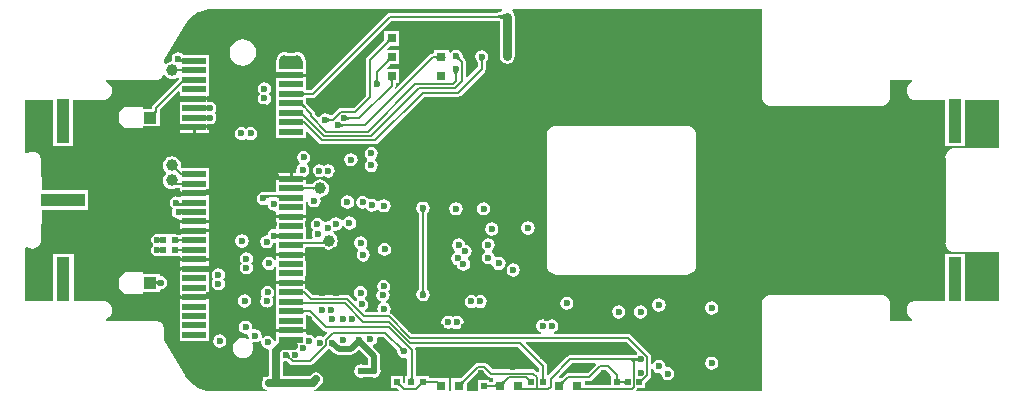
<source format=gtl>
G04*
G04 #@! TF.GenerationSoftware,Altium Limited,Altium Designer,18.1.6 (161)*
G04*
G04 Layer_Physical_Order=1*
G04 Layer_Color=255*
%FSLAX24Y24*%
%MOIN*%
G70*
G01*
G75*
%ADD12C,0.0079*%
%ADD13C,0.0080*%
%ADD16R,0.0787X0.0197*%
%ADD17R,0.0197X0.0197*%
%ADD18R,0.0866X0.0433*%
%ADD19R,0.0413X0.0394*%
%ADD20C,0.0394*%
%ADD21R,0.0315X0.0315*%
%ADD22R,0.0315X0.0276*%
%ADD23R,0.1496X0.0591*%
%ADD24R,0.1457X0.0394*%
%ADD25R,0.0394X0.1457*%
%ADD26R,0.0591X0.1496*%
%ADD27R,0.0512X0.1496*%
G04:AMPARAMS|DCode=28|XSize=90.6mil|YSize=126mil|CornerRadius=0mil|HoleSize=0mil|Usage=FLASHONLY|Rotation=270.000|XOffset=0mil|YOffset=0mil|HoleType=Round|Shape=Octagon|*
%AMOCTAGOND28*
4,1,8,0.0630,0.0226,0.0630,-0.0226,0.0404,-0.0453,-0.0404,-0.0453,-0.0630,-0.0226,-0.0630,0.0226,-0.0404,0.0453,0.0404,0.0453,0.0630,0.0226,0.0*
%
%ADD28OCTAGOND28*%

%ADD29C,0.0236*%
%ADD47C,0.0065*%
%ADD48C,0.0256*%
%ADD49C,0.0197*%
%ADD50C,0.0059*%
%ADD51C,0.0295*%
%ADD52C,0.2165*%
%ADD53C,0.0237*%
%ADD54C,0.0315*%
G36*
X80762Y32234D02*
X80763Y32235D01*
X80767Y32241D01*
X80769Y32248D01*
X80770Y32255D01*
Y32095D01*
X80769Y32103D01*
X80767Y32110D01*
X80763Y32116D01*
X80762Y32117D01*
Y32071D01*
X80747Y32083D01*
X80728Y32094D01*
X80705Y32104D01*
X80678Y32112D01*
X80646Y32119D01*
X80611Y32125D01*
X80528Y32133D01*
X80480Y32135D01*
X80429Y32135D01*
Y32215D01*
X80480Y32216D01*
X80611Y32226D01*
X80646Y32231D01*
X80678Y32238D01*
X80705Y32247D01*
X80728Y32256D01*
X80747Y32267D01*
X80762Y32280D01*
Y32234D01*
D02*
G37*
G36*
X71043Y32437D02*
X80677Y32437D01*
X80700Y32387D01*
X80689Y32374D01*
X80668D01*
Y32342D01*
X80651Y32337D01*
X80627Y32331D01*
X80599Y32327D01*
X80479Y32318D01*
X76941D01*
X76941Y32318D01*
X76886Y32307D01*
X76840Y32276D01*
X74313Y29749D01*
X74155D01*
Y30038D01*
Y30186D01*
X73661D01*
X73168D01*
Y30038D01*
Y29723D01*
Y29408D01*
Y29093D01*
Y28778D01*
Y28463D01*
Y28148D01*
X74155D01*
Y28328D01*
X74201Y28347D01*
X74583Y27966D01*
X74627Y27936D01*
X74679Y27926D01*
X76464D01*
X76515Y27936D01*
X76559Y27966D01*
X78106Y29512D01*
X79214D01*
X79266Y29522D01*
X79309Y29552D01*
X80105Y30348D01*
X80135Y30391D01*
X80145Y30443D01*
Y30664D01*
X80145Y30665D01*
X80146Y30667D01*
X80148Y30670D01*
X80150Y30674D01*
X80154Y30678D01*
X80158Y30683D01*
X80167Y30689D01*
X80215Y30761D01*
X80232Y30846D01*
X80215Y30932D01*
X80167Y31004D01*
X80095Y31052D01*
X80010Y31069D01*
X79925Y31052D01*
X79853Y31004D01*
X79804Y30932D01*
X79787Y30846D01*
X79804Y30761D01*
X79853Y30689D01*
X79862Y30683D01*
X79866Y30678D01*
X79869Y30674D01*
X79872Y30670D01*
X79874Y30667D01*
X79875Y30665D01*
X79875Y30664D01*
Y30499D01*
X79535Y30159D01*
X79488Y30178D01*
Y30656D01*
X79478Y30708D01*
X79449Y30752D01*
X79378Y30823D01*
X79378Y30823D01*
X79377Y30826D01*
X79376Y30829D01*
X79375Y30833D01*
X79374Y30839D01*
X79374Y30846D01*
X79376Y30856D01*
X79359Y30941D01*
X79311Y31014D01*
X79239Y31062D01*
X79154Y31079D01*
X79068Y31062D01*
X78996Y31014D01*
X78969Y30973D01*
X78919Y30988D01*
Y31065D01*
X78404D01*
Y30962D01*
X78396D01*
X78344Y30952D01*
X78300Y30922D01*
X77162Y29784D01*
X77123Y29816D01*
X77133Y29830D01*
X77143Y29882D01*
Y29959D01*
X77265D01*
Y30435D01*
X76872D01*
X76853Y30481D01*
X76954Y30582D01*
X76962Y30589D01*
X77265D01*
Y31065D01*
X76872D01*
X76853Y31111D01*
X76954Y31212D01*
X76962Y31219D01*
X77265D01*
Y31694D01*
X76750D01*
Y31391D01*
X76747Y31387D01*
X76190Y30830D01*
X76161Y30786D01*
X76150Y30734D01*
Y29550D01*
X75744Y29144D01*
X75306D01*
X75254Y29134D01*
X75210Y29104D01*
X75002Y28896D01*
X74951Y28897D01*
X74878Y28946D01*
X74793Y28963D01*
X74708Y28946D01*
X74636Y28897D01*
X74598Y28840D01*
X74541Y28827D01*
X74456Y28912D01*
Y28944D01*
X74446Y28995D01*
X74416Y29039D01*
X74162Y29294D01*
X74155Y29301D01*
Y29464D01*
X74372D01*
X74372Y29464D01*
X74427Y29474D01*
X74473Y29505D01*
X77000Y32032D01*
X80482D01*
X80521Y32031D01*
X80598Y32024D01*
X80614Y32021D01*
Y30856D01*
X80633Y30760D01*
X80688Y30678D01*
X80770Y30623D01*
X80866Y30604D01*
X80963Y30623D01*
X81045Y30678D01*
X81099Y30760D01*
X81119Y30856D01*
Y32175D01*
X81099Y32272D01*
X81065Y32324D01*
Y32374D01*
X81043D01*
X81032Y32387D01*
X81055Y32437D01*
X89346Y32437D01*
Y29528D01*
X89346D01*
X89357Y29445D01*
X89389Y29368D01*
X89440Y29302D01*
X89506Y29251D01*
X89583Y29219D01*
X89665Y29208D01*
Y29209D01*
X93307D01*
Y29208D01*
X93390Y29219D01*
X93467Y29251D01*
X93533Y29302D01*
X93584Y29368D01*
X93615Y29445D01*
X93626Y29528D01*
X93626D01*
Y30075D01*
X94366D01*
Y30016D01*
X94329Y30001D01*
X94262Y29950D01*
X94212Y29884D01*
X94180Y29807D01*
X94169Y29724D01*
X94180Y29642D01*
X94212Y29565D01*
X94262Y29499D01*
X94329Y29448D01*
X94406Y29416D01*
X94488Y29405D01*
Y29406D01*
X95443D01*
Y27872D01*
X96118D01*
Y29406D01*
X97240D01*
Y27799D01*
X95787D01*
Y27800D01*
X95705Y27789D01*
X95628Y27757D01*
X95562Y27706D01*
X95511Y27640D01*
X95479Y27563D01*
X95468Y27480D01*
X95469D01*
Y24646D01*
X95468D01*
X95479Y24563D01*
X95511Y24486D01*
X95562Y24420D01*
X95628Y24369D01*
X95705Y24337D01*
X95787Y24326D01*
Y24327D01*
X97240D01*
Y22720D01*
X96132D01*
Y24254D01*
X95457D01*
Y22720D01*
X94488D01*
Y22721D01*
X94406Y22710D01*
X94329Y22678D01*
X94262Y22627D01*
X94212Y22561D01*
X94180Y22484D01*
X94169Y22402D01*
X94180Y22319D01*
X94212Y22242D01*
X94262Y22176D01*
X94329Y22125D01*
X94366Y22110D01*
Y22051D01*
X93626D01*
Y22598D01*
X93626D01*
X93615Y22681D01*
X93584Y22758D01*
X93533Y22824D01*
X93467Y22875D01*
X93390Y22907D01*
X93307Y22918D01*
Y22917D01*
X89665D01*
Y22918D01*
X89583Y22907D01*
X89506Y22875D01*
X89440Y22824D01*
X89389Y22758D01*
X89357Y22681D01*
X89346Y22598D01*
X89346D01*
Y19689D01*
X85182D01*
X85170Y19717D01*
X85166Y19739D01*
X85194Y19781D01*
X85198Y19802D01*
X85464D01*
Y19985D01*
X85470Y19992D01*
X85620Y20142D01*
X85649Y20186D01*
X85660Y20238D01*
Y20433D01*
X85710Y20437D01*
X85710Y20437D01*
X85758Y20364D01*
X85830Y20316D01*
X85915Y20299D01*
X85945Y20305D01*
X85993Y20264D01*
X86005Y20200D01*
X86053Y20128D01*
X86126Y20080D01*
X86211Y20063D01*
X86296Y20080D01*
X86368Y20128D01*
X86416Y20200D01*
X86433Y20285D01*
X86416Y20371D01*
X86368Y20443D01*
X86296Y20491D01*
X86211Y20508D01*
X86181Y20502D01*
X86133Y20543D01*
X86121Y20607D01*
X86073Y20679D01*
X86000Y20727D01*
X85915Y20744D01*
X85830Y20727D01*
X85758Y20679D01*
X85710Y20607D01*
X85710Y20606D01*
X85660Y20611D01*
Y20845D01*
X85649Y20896D01*
X85620Y20940D01*
X84988Y21572D01*
X84945Y21601D01*
X84893Y21611D01*
X82417D01*
X82412Y21661D01*
X82428Y21665D01*
X82500Y21713D01*
X82548Y21785D01*
X82565Y21870D01*
X82548Y21955D01*
X82500Y22027D01*
X82428Y22076D01*
X82343Y22092D01*
X82257Y22076D01*
X82195Y22034D01*
X82132Y22076D01*
X82047Y22092D01*
X81962Y22076D01*
X81890Y22027D01*
X81842Y21955D01*
X81825Y21870D01*
X81842Y21785D01*
X81890Y21713D01*
X81962Y21665D01*
X81978Y21661D01*
X81973Y21611D01*
X77672D01*
X77001Y22282D01*
X76957Y22311D01*
X76949Y22333D01*
X76957Y22346D01*
X76974Y22431D01*
X76957Y22516D01*
X76909Y22588D01*
X76837Y22637D01*
X76819Y22640D01*
X76812Y22668D01*
X76814Y22692D01*
X76880Y22736D01*
X76928Y22809D01*
X76945Y22894D01*
X76928Y22979D01*
X76895Y23029D01*
X76899Y23032D01*
X76948Y23104D01*
X76965Y23189D01*
X76948Y23274D01*
X76899Y23346D01*
X76827Y23394D01*
X76742Y23411D01*
X76657Y23394D01*
X76585Y23346D01*
X76537Y23274D01*
X76520Y23189D01*
X76537Y23104D01*
X76570Y23054D01*
X76565Y23051D01*
X76517Y22979D01*
X76500Y22894D01*
X76517Y22809D01*
X76565Y22736D01*
X76637Y22688D01*
X76656Y22685D01*
X76662Y22657D01*
X76661Y22633D01*
X76595Y22588D01*
X76547Y22516D01*
X76530Y22431D01*
X76541Y22372D01*
X76507Y22322D01*
X76163D01*
X76125Y22362D01*
X76130Y22411D01*
X76161Y22431D01*
X76209Y22503D01*
X76226Y22589D01*
X76209Y22674D01*
X76161Y22746D01*
X76130Y22767D01*
X76127Y22825D01*
X76176Y22897D01*
X76192Y22982D01*
X76176Y23067D01*
X76127Y23140D01*
X76055Y23188D01*
X75970Y23205D01*
X75885Y23188D01*
X75813Y23140D01*
X75765Y23067D01*
X75748Y22982D01*
X75765Y22897D01*
X75813Y22825D01*
X75844Y22804D01*
X75847Y22746D01*
X75826Y22714D01*
X75761Y22708D01*
X75609Y22860D01*
X75565Y22890D01*
X75513Y22900D01*
X74367D01*
X74179Y23088D01*
X74155Y23104D01*
Y23257D01*
X73661D01*
X73168D01*
Y23109D01*
Y22794D01*
Y22479D01*
Y22164D01*
Y21849D01*
Y21782D01*
X73661D01*
X74155D01*
Y21849D01*
Y22227D01*
X74220D01*
X74722Y21725D01*
X74766Y21696D01*
X74817Y21686D01*
X74844D01*
X74863Y21640D01*
X74725Y21502D01*
X74691Y21524D01*
X74606Y21541D01*
X74521Y21524D01*
X74449Y21476D01*
X74447D01*
X74421Y21516D01*
X74349Y21564D01*
X74264Y21581D01*
X74205Y21569D01*
X74155Y21604D01*
Y21682D01*
X73661D01*
X73168D01*
Y21404D01*
X73131Y21375D01*
X73084Y21391D01*
X73079Y21414D01*
X73031Y21486D01*
X72959Y21534D01*
X72874Y21551D01*
X72789Y21534D01*
X72717Y21486D01*
X72710Y21477D01*
X72663Y21496D01*
X72673Y21545D01*
X72656Y21630D01*
X72608Y21703D01*
X72536Y21751D01*
X72451Y21768D01*
X72394Y21756D01*
X72351Y21797D01*
X72358Y21831D01*
X72341Y21916D01*
X72293Y21988D01*
X72221Y22036D01*
X72136Y22053D01*
X72051Y22036D01*
X71979Y21988D01*
X71930Y21916D01*
X71913Y21831D01*
X71930Y21746D01*
X71979Y21673D01*
X72051Y21625D01*
X72136Y21608D01*
X72192Y21620D01*
X72235Y21579D01*
X72228Y21545D01*
X72242Y21476D01*
X72240Y21473D01*
X72203Y21442D01*
X72202Y21442D01*
X72135Y21469D01*
X72047Y21481D01*
X71959Y21469D01*
X71878Y21435D01*
X71807Y21382D01*
X71754Y21311D01*
X71720Y21230D01*
X71708Y21142D01*
X71720Y21054D01*
X71754Y20972D01*
X71807Y20902D01*
X71878Y20848D01*
X71959Y20814D01*
X72047Y20803D01*
X72135Y20814D01*
X72217Y20848D01*
X72287Y20902D01*
X72341Y20972D01*
X72375Y21054D01*
X72386Y21142D01*
X72375Y21230D01*
X72347Y21296D01*
X72348Y21298D01*
X72379Y21335D01*
X72382Y21337D01*
X72451Y21323D01*
X72536Y21340D01*
X72608Y21388D01*
X72614Y21397D01*
X72661Y21378D01*
X72652Y21329D01*
X72669Y21244D01*
X72717Y21171D01*
X72789Y21123D01*
X72874Y21106D01*
X72888Y21109D01*
X72923Y21074D01*
X72919Y21051D01*
Y20195D01*
X72902D01*
X72813Y20177D01*
X72789Y20161D01*
X72704D01*
Y20076D01*
X72687Y20051D01*
X72670Y19962D01*
X72687Y19873D01*
X72704Y19849D01*
Y19764D01*
X72789D01*
X72813Y19747D01*
X72856Y19739D01*
X72851Y19689D01*
X71043D01*
X71041Y19689D01*
X70878Y19701D01*
X70716Y19740D01*
X70562Y19804D01*
X70420Y19891D01*
X70294Y19999D01*
X70186Y20125D01*
X70128Y20220D01*
X70124Y20217D01*
X70111Y20237D01*
X69433Y21401D01*
Y21732D01*
X69433D01*
X69423Y21815D01*
X69391Y21892D01*
X69340Y21958D01*
X69274Y22009D01*
X69197Y22041D01*
X69114Y22052D01*
Y22051D01*
X67484D01*
Y22110D01*
X67522Y22125D01*
X67588Y22176D01*
X67639Y22242D01*
X67671Y22319D01*
X67681Y22402D01*
X67671Y22484D01*
X67639Y22561D01*
X67588Y22627D01*
X67522Y22678D01*
X67445Y22710D01*
X67362Y22721D01*
Y22720D01*
X66407D01*
Y24254D01*
X65732D01*
Y22720D01*
X64787D01*
Y24480D01*
X64837Y24505D01*
X64860Y24487D01*
X64937Y24455D01*
X65020Y24445D01*
X65102Y24455D01*
X65179Y24487D01*
X65245Y24538D01*
X65296Y24604D01*
X65328Y24681D01*
X65339Y24764D01*
X65339D01*
X65339Y24764D01*
Y25732D01*
X66870D01*
Y25766D01*
X66872D01*
Y26360D01*
X66870D01*
Y26407D01*
X65339D01*
Y27362D01*
X65339D01*
X65328Y27445D01*
X65296Y27522D01*
X65245Y27588D01*
X65179Y27639D01*
X65102Y27671D01*
X65020Y27681D01*
X64937Y27671D01*
X64860Y27639D01*
X64837Y27621D01*
X64787Y27646D01*
Y29406D01*
X65718D01*
Y27872D01*
X66394D01*
Y29406D01*
X67362D01*
Y29405D01*
X67445Y29416D01*
X67522Y29448D01*
X67588Y29499D01*
X67639Y29565D01*
X67671Y29642D01*
X67681Y29724D01*
X67671Y29807D01*
X67639Y29884D01*
X67588Y29950D01*
X67522Y30001D01*
X67484Y30016D01*
Y30075D01*
X69114D01*
Y30074D01*
X69197Y30085D01*
X69274Y30117D01*
X69340Y30168D01*
X69387Y30230D01*
X69401Y30234D01*
X69444Y30233D01*
X69483Y30182D01*
X69545Y30134D01*
X69617Y30104D01*
X69695Y30094D01*
X69772Y30104D01*
X69845Y30134D01*
X69864Y30150D01*
X69878Y30150D01*
X69918Y30128D01*
X69920Y30101D01*
X69048Y29229D01*
X69019Y29186D01*
X69009Y29134D01*
Y29116D01*
X68730D01*
Y29183D01*
X68120D01*
X67933Y28996D01*
Y28642D01*
X68120Y28455D01*
X68730D01*
Y28522D01*
X69273D01*
Y28968D01*
X69279Y28996D01*
Y29078D01*
X69893Y29692D01*
X69939Y29673D01*
Y29499D01*
X70433D01*
X70927D01*
Y29565D01*
Y29880D01*
Y30195D01*
Y30510D01*
Y30907D01*
X70061D01*
X70049Y30925D01*
X69977Y30973D01*
X69892Y30990D01*
X69807Y30973D01*
X69734Y30925D01*
X69686Y30853D01*
X69669Y30768D01*
X69677Y30728D01*
X69648Y30687D01*
X69617Y30683D01*
X69545Y30653D01*
X69483Y30605D01*
X69483Y30605D01*
X69433Y30622D01*
Y30725D01*
X70111Y31889D01*
X70124Y31909D01*
X70128Y31906D01*
X70186Y32001D01*
X70294Y32127D01*
X70420Y32235D01*
X70562Y32322D01*
X70716Y32386D01*
X70878Y32425D01*
X71041Y32437D01*
X71043Y32437D01*
D02*
G37*
G36*
X76963Y31321D02*
X76957Y31324D01*
X76951Y31325D01*
X76943Y31324D01*
X76935Y31322D01*
X76927Y31318D01*
X76917Y31313D01*
X76907Y31306D01*
X76896Y31297D01*
X76871Y31274D01*
X76806Y31300D01*
X76819Y31315D01*
X76841Y31340D01*
X76849Y31351D01*
X76855Y31361D01*
X76858Y31369D01*
X76860Y31377D01*
X76860Y31383D01*
X76857Y31388D01*
X76853Y31392D01*
X76963Y31321D01*
D02*
G37*
G36*
X78506Y30762D02*
X78506Y30768D01*
X78504Y30773D01*
X78500Y30778D01*
X78496Y30783D01*
X78490Y30786D01*
X78483Y30789D01*
X78474Y30791D01*
X78464Y30793D01*
X78453Y30794D01*
X78440Y30794D01*
Y30859D01*
X78453Y30860D01*
X78464Y30861D01*
X78474Y30862D01*
X78483Y30864D01*
X78490Y30867D01*
X78496Y30871D01*
X78500Y30875D01*
X78504Y30880D01*
X78506Y30886D01*
X78506Y30892D01*
Y30762D01*
D02*
G37*
G36*
X79272Y30841D02*
X79273Y30828D01*
X79275Y30816D01*
X79277Y30804D01*
X79280Y30793D01*
X79284Y30783D01*
X79289Y30774D01*
X79294Y30765D01*
X79300Y30756D01*
X79307Y30749D01*
X79261Y30703D01*
X79253Y30710D01*
X79245Y30716D01*
X79236Y30721D01*
X79227Y30726D01*
X79216Y30730D01*
X79205Y30733D01*
X79194Y30735D01*
X79181Y30737D01*
X79168Y30738D01*
X79155Y30738D01*
X79272Y30855D01*
X79272Y30841D01*
D02*
G37*
G36*
X76963Y30691D02*
X76957Y30694D01*
X76951Y30695D01*
X76943Y30694D01*
X76935Y30692D01*
X76927Y30688D01*
X76917Y30683D01*
X76907Y30676D01*
X76896Y30667D01*
X76871Y30644D01*
X76806Y30670D01*
X76819Y30685D01*
X76841Y30710D01*
X76849Y30721D01*
X76855Y30731D01*
X76858Y30739D01*
X76860Y30747D01*
X76860Y30753D01*
X76857Y30758D01*
X76853Y30762D01*
X76963Y30691D01*
D02*
G37*
G36*
X80083Y30752D02*
X80074Y30742D01*
X80067Y30732D01*
X80060Y30722D01*
X80055Y30712D01*
X80050Y30702D01*
X80047Y30692D01*
X80044Y30682D01*
X80043Y30672D01*
X80042Y30662D01*
X79977D01*
X79977Y30672D01*
X79975Y30682D01*
X79973Y30692D01*
X79969Y30702D01*
X79965Y30712D01*
X79959Y30722D01*
X79953Y30732D01*
X79945Y30742D01*
X79937Y30752D01*
X79927Y30762D01*
X80093D01*
X80083Y30752D01*
D02*
G37*
G36*
X70009Y30788D02*
X70013Y30780D01*
X70018Y30772D01*
X70024Y30766D01*
X70028Y30763D01*
X70028Y30763D01*
X70033Y30768D01*
X70037Y30774D01*
X70040Y30781D01*
X70041Y30789D01*
Y30756D01*
X70047Y30753D01*
X70057Y30751D01*
X70068Y30749D01*
X70079Y30749D01*
X70041Y30690D01*
Y30629D01*
X70040Y30636D01*
X70037Y30643D01*
X70033Y30649D01*
X70028Y30654D01*
X70021Y30659D01*
X70012Y30662D01*
X70001Y30665D01*
X69991Y30667D01*
X69973Y30665D01*
X69964Y30664D01*
X69937Y30658D01*
X69929Y30655D01*
X69961Y30714D01*
Y30749D01*
X69976Y30749D01*
X69980Y30749D01*
X70006Y30797D01*
X70009Y30788D01*
D02*
G37*
G36*
X70041Y30339D02*
X70040Y30345D01*
X70038Y30350D01*
X70035Y30355D01*
X70030Y30359D01*
X70024Y30363D01*
X70017Y30366D01*
X70009Y30368D01*
X69999Y30370D01*
X69988Y30371D01*
X69976Y30371D01*
Y30436D01*
X69988Y30436D01*
X69999Y30437D01*
X70009Y30439D01*
X70017Y30441D01*
X70024Y30444D01*
X70030Y30448D01*
X70035Y30452D01*
X70038Y30457D01*
X70040Y30462D01*
X70041Y30469D01*
Y30339D01*
D02*
G37*
G36*
X69880Y30462D02*
X69884Y30456D01*
X69889Y30452D01*
X69895Y30448D01*
X69902Y30444D01*
X69910Y30441D01*
X69919Y30439D01*
X69929Y30437D01*
X69940Y30436D01*
X69952Y30436D01*
X69955Y30371D01*
X69944Y30371D01*
X69933Y30370D01*
X69923Y30368D01*
X69914Y30366D01*
X69906Y30363D01*
X69900Y30359D01*
X69894Y30355D01*
X69890Y30350D01*
X69886Y30344D01*
X69884Y30338D01*
X69877Y30468D01*
X69880Y30462D01*
D02*
G37*
G36*
X79217Y30329D02*
X79208Y30319D01*
X79201Y30309D01*
X79194Y30299D01*
X79189Y30289D01*
X79184Y30279D01*
X79181Y30269D01*
X79178Y30259D01*
X79177Y30249D01*
X79176Y30239D01*
X79111D01*
X79111Y30249D01*
X79109Y30259D01*
X79107Y30269D01*
X79103Y30279D01*
X79099Y30289D01*
X79093Y30299D01*
X79087Y30309D01*
X79079Y30319D01*
X79071Y30329D01*
X79061Y30339D01*
X79226D01*
X79217Y30329D01*
D02*
G37*
G36*
X76549Y30105D02*
X76550Y30095D01*
X76553Y30085D01*
X76556Y30075D01*
X76561Y30065D01*
X76566Y30055D01*
X76573Y30045D01*
X76580Y30035D01*
X76589Y30025D01*
X76598Y30015D01*
X76433D01*
X76443Y30025D01*
X76451Y30035D01*
X76459Y30045D01*
X76465Y30055D01*
X76471Y30065D01*
X76475Y30075D01*
X76479Y30085D01*
X76481Y30095D01*
X76483Y30105D01*
X76483Y30116D01*
X76548D01*
X76549Y30105D01*
D02*
G37*
G36*
X77067Y30061D02*
X77061Y30059D01*
X77056Y30055D01*
X77052Y30051D01*
X77049Y30045D01*
X77046Y30038D01*
X77043Y30029D01*
X77042Y30019D01*
X77041Y30008D01*
X77040Y29995D01*
X76975D01*
X76975Y30008D01*
X76974Y30019D01*
X76972Y30029D01*
X76970Y30038D01*
X76967Y30045D01*
X76964Y30051D01*
X76959Y30055D01*
X76955Y30059D01*
X76949Y30061D01*
X76943Y30061D01*
X77073D01*
X77067Y30061D01*
D02*
G37*
G36*
X70041Y29982D02*
X70040Y29982D01*
X70039Y29981D01*
X70036Y29979D01*
X70029Y29972D01*
X69995Y29939D01*
Y30031D01*
X70003Y30040D01*
X70011Y30049D01*
X70018Y30058D01*
X70024Y30068D01*
X70029Y30077D01*
X70033Y30086D01*
X70036Y30095D01*
X70039Y30104D01*
X70040Y30113D01*
X70041Y30123D01*
Y29982D01*
D02*
G37*
G36*
X74054Y29679D02*
X74056Y29672D01*
X74060Y29666D01*
X74066Y29661D01*
X74073Y29656D01*
X74082Y29653D01*
X74093Y29650D01*
X74105Y29648D01*
X74118Y29647D01*
X74134Y29646D01*
Y29566D01*
X74118Y29566D01*
X74105Y29565D01*
X74093Y29563D01*
X74082Y29560D01*
X74073Y29556D01*
X74066Y29552D01*
X74060Y29547D01*
X74056Y29541D01*
X74054Y29534D01*
X74053Y29526D01*
Y29686D01*
X74054Y29679D01*
D02*
G37*
G36*
X74050Y29297D02*
X74049Y29290D01*
X74049Y29283D01*
X74051Y29275D01*
X74055Y29266D01*
X74061Y29257D01*
X74068Y29246D01*
X74077Y29235D01*
X74100Y29211D01*
X74070Y29148D01*
X74056Y29162D01*
X74031Y29183D01*
X74020Y29191D01*
X74011Y29197D01*
X74002Y29200D01*
X73994Y29202D01*
X73988Y29202D01*
X73983Y29200D01*
X73979Y29195D01*
X74053Y29303D01*
X74050Y29297D01*
D02*
G37*
G36*
X69176Y29067D02*
X69173Y29015D01*
X69172Y29015D01*
X69079D01*
X69085Y29015D01*
X69090Y29017D01*
X69095Y29020D01*
X69099Y29025D01*
X69103Y29031D01*
X69106Y29038D01*
X69108Y29046D01*
X69110Y29056D01*
X69111Y29067D01*
X69111Y29080D01*
X69176D01*
X69176Y29067D01*
D02*
G37*
G36*
X74050Y28988D02*
X74049Y28981D01*
X74050Y28974D01*
X74052Y28966D01*
X74056Y28957D01*
X74062Y28947D01*
X74069Y28937D01*
X74078Y28926D01*
X74100Y28902D01*
X74077Y28833D01*
X74062Y28847D01*
X74037Y28869D01*
X74026Y28877D01*
X74016Y28883D01*
X74007Y28886D01*
X74000Y28888D01*
X73994Y28887D01*
X73989Y28885D01*
X73985Y28880D01*
X74053Y28994D01*
X74050Y28988D01*
D02*
G37*
G36*
X75517Y28863D02*
X75527Y28854D01*
X75537Y28846D01*
X75547Y28840D01*
X75557Y28834D01*
X75567Y28830D01*
X75577Y28826D01*
X75587Y28824D01*
X75597Y28822D01*
X75608Y28822D01*
Y28757D01*
X75597Y28756D01*
X75587Y28755D01*
X75577Y28752D01*
X75567Y28749D01*
X75557Y28744D01*
X75547Y28739D01*
X75537Y28732D01*
X75527Y28725D01*
X75517Y28716D01*
X75508Y28707D01*
Y28872D01*
X75517Y28863D01*
D02*
G37*
G36*
X74888Y28813D02*
X74897Y28805D01*
X74907Y28797D01*
X74917Y28791D01*
X74927Y28785D01*
X74937Y28781D01*
X74947Y28777D01*
X74957Y28775D01*
X74968Y28773D01*
X74978Y28773D01*
Y28708D01*
X74968Y28707D01*
X74957Y28706D01*
X74947Y28703D01*
X74937Y28700D01*
X74927Y28695D01*
X74917Y28690D01*
X74907Y28683D01*
X74897Y28676D01*
X74888Y28667D01*
X74878Y28657D01*
Y28823D01*
X74888Y28813D01*
D02*
G37*
G36*
X75321Y28636D02*
X75330Y28628D01*
X75340Y28620D01*
X75350Y28614D01*
X75360Y28608D01*
X75370Y28604D01*
X75380Y28600D01*
X75391Y28598D01*
X75401Y28596D01*
X75411Y28595D01*
Y28530D01*
X75401Y28530D01*
X75391Y28528D01*
X75380Y28526D01*
X75370Y28522D01*
X75360Y28518D01*
X75350Y28512D01*
X75340Y28506D01*
X75330Y28498D01*
X75321Y28490D01*
X75311Y28480D01*
Y28646D01*
X75321Y28636D01*
D02*
G37*
G36*
X74053Y22685D02*
X74055Y22679D01*
X74059Y22674D01*
X74063Y22670D01*
X74069Y22666D01*
X74077Y22664D01*
X74085Y22661D01*
X74095Y22660D01*
X74106Y22659D01*
X74119Y22658D01*
Y22593D01*
X74107Y22593D01*
X74077Y22591D01*
X74070Y22590D01*
X74064Y22589D01*
X74060Y22587D01*
X74057Y22585D01*
X74055Y22582D01*
X74054Y22580D01*
X74053Y22691D01*
X74053Y22685D01*
D02*
G37*
G36*
X74053Y22421D02*
X74055Y22415D01*
X74059Y22411D01*
X74063Y22406D01*
X74069Y22403D01*
X74077Y22400D01*
X74085Y22398D01*
X74095Y22396D01*
X74106Y22395D01*
X74119Y22395D01*
Y22330D01*
X74106Y22329D01*
X74095Y22328D01*
X74085Y22327D01*
X74077Y22325D01*
X74069Y22322D01*
X74063Y22318D01*
X74059Y22314D01*
X74055Y22309D01*
X74053Y22303D01*
X74053Y22297D01*
Y22427D01*
X74053Y22421D01*
D02*
G37*
G36*
X77321Y21170D02*
X77330Y21164D01*
X77339Y21159D01*
X77348Y21154D01*
X77358Y21150D01*
X77369Y21147D01*
X77381Y21145D01*
X77393Y21143D01*
X77406Y21142D01*
X77420Y21142D01*
X77303Y21025D01*
X77303Y21039D01*
X77302Y21052D01*
X77300Y21064D01*
X77298Y21076D01*
X77295Y21086D01*
X77291Y21097D01*
X77286Y21106D01*
X77281Y21115D01*
X77275Y21123D01*
X77268Y21131D01*
X77314Y21177D01*
X77321Y21170D01*
D02*
G37*
G36*
X73611Y20893D02*
X73611Y20880D01*
X73612Y20868D01*
X73614Y20856D01*
X73617Y20845D01*
X73620Y20835D01*
X73625Y20826D01*
X73630Y20817D01*
X73636Y20808D01*
X73643Y20801D01*
X73594Y20758D01*
X73586Y20765D01*
X73578Y20771D01*
X73569Y20776D01*
X73560Y20781D01*
X73550Y20785D01*
X73539Y20789D01*
X73527Y20792D01*
X73514Y20794D01*
X73501Y20796D01*
X73487Y20797D01*
X73611Y20906D01*
X73611Y20893D01*
D02*
G37*
G36*
X85231Y20675D02*
X85221Y20685D01*
X85211Y20693D01*
X85201Y20701D01*
X85191Y20707D01*
X85181Y20713D01*
X85171Y20717D01*
X85161Y20721D01*
X85151Y20723D01*
X85148Y20724D01*
X85143Y20723D01*
X85133Y20720D01*
X85125Y20715D01*
X85118Y20709D01*
X85112Y20702D01*
X85107Y20694D01*
X85104Y20684D01*
X85102Y20673D01*
X85101Y20660D01*
X85036D01*
X85036Y20673D01*
X85034Y20684D01*
X85031Y20694D01*
X85026Y20702D01*
X85020Y20709D01*
X85013Y20715D01*
X85005Y20720D01*
X84995Y20723D01*
X84984Y20725D01*
X84971Y20725D01*
X85069Y20790D01*
X85131Y20749D01*
Y20790D01*
X85141Y20791D01*
X85151Y20792D01*
X85161Y20795D01*
X85171Y20798D01*
X85181Y20803D01*
X85191Y20808D01*
X85201Y20815D01*
X85211Y20822D01*
X85221Y20831D01*
X85231Y20841D01*
Y20675D01*
D02*
G37*
G36*
X77197Y21057D02*
X77197Y21056D01*
X77198Y21054D01*
X77199Y21051D01*
X77200Y21047D01*
X77201Y21041D01*
X77201Y21034D01*
X77199Y21024D01*
X77216Y20939D01*
X77264Y20866D01*
X77336Y20818D01*
X77421Y20801D01*
X77485Y20814D01*
X77535Y20782D01*
Y20208D01*
X77459D01*
Y19988D01*
X77409Y19967D01*
X77380Y19996D01*
X77374Y20003D01*
Y20208D01*
X76977D01*
Y19811D01*
X77182D01*
X77187Y19807D01*
X77259Y19735D01*
X77240Y19689D01*
X74429Y19689D01*
X74424Y19739D01*
X74459Y19746D01*
X74534Y19796D01*
X74662Y19924D01*
X74713Y20000D01*
X74730Y20089D01*
X74713Y20178D01*
X74662Y20253D01*
X74587Y20303D01*
X74498Y20321D01*
X74409Y20303D01*
X74334Y20253D01*
X74274Y20193D01*
X73384D01*
Y20671D01*
X73434Y20705D01*
X73478Y20696D01*
X73479Y20696D01*
X73480Y20695D01*
X73494Y20693D01*
X73498Y20694D01*
X73505Y20692D01*
X73510Y20691D01*
X73514Y20690D01*
X73517Y20688D01*
X73519Y20687D01*
X73607Y20600D01*
X73650Y20571D01*
X73702Y20561D01*
X74280D01*
X74331Y20571D01*
X74375Y20600D01*
X74909Y21134D01*
X74933Y21121D01*
X74944Y21113D01*
X74949Y21113D01*
X74951Y21112D01*
X75093Y20969D01*
X75159Y20925D01*
X75236Y20910D01*
X75636D01*
X75713Y20925D01*
X75779Y20969D01*
X75906Y21096D01*
X76215Y20786D01*
Y20566D01*
X76074D01*
X76069Y20570D01*
X75984Y20587D01*
X75899Y20570D01*
X75827Y20521D01*
X75779Y20449D01*
X75762Y20364D01*
X75779Y20279D01*
X75827Y20207D01*
X75899Y20159D01*
X75984Y20142D01*
X76069Y20159D01*
X76074Y20162D01*
X76366D01*
X76417Y20152D01*
X76502Y20169D01*
X76575Y20217D01*
X76623Y20289D01*
X76640Y20374D01*
X76623Y20459D01*
X76620Y20464D01*
Y20870D01*
X76604Y20948D01*
X76560Y21013D01*
X76388Y21185D01*
X76401Y21243D01*
X76456Y21280D01*
X76505Y21352D01*
X76522Y21437D01*
X76514Y21473D01*
X76546Y21512D01*
X76742D01*
X77197Y21057D01*
D02*
G37*
G36*
X81912Y20476D02*
Y20352D01*
X81866Y20333D01*
X81818Y20381D01*
X81774Y20410D01*
X81722Y20421D01*
X80371D01*
X80191Y20600D01*
X80147Y20630D01*
X80095Y20640D01*
X79875D01*
X79823Y20630D01*
X79779Y20600D01*
X79324Y20145D01*
X79318Y20139D01*
X78994D01*
Y19689D01*
X78919D01*
Y20139D01*
X78532D01*
X78504Y20145D01*
X78250D01*
Y20208D01*
X77805D01*
Y21071D01*
X77799Y21104D01*
X77830Y21154D01*
X81233D01*
X81912Y20476D01*
D02*
G37*
G36*
X85193Y20985D02*
X85188Y20935D01*
X85158Y20915D01*
X85152Y20906D01*
X85147Y20902D01*
X85142Y20898D01*
X85138Y20896D01*
X85135Y20894D01*
X85133Y20893D01*
X85133Y20893D01*
X82953D01*
X82901Y20883D01*
X82857Y20853D01*
X82232Y20229D01*
X82182Y20249D01*
Y20531D01*
X82172Y20583D01*
X82143Y20627D01*
X81475Y21295D01*
X81494Y21341D01*
X84837D01*
X85193Y20985D01*
D02*
G37*
G36*
X83817Y20573D02*
X83537Y20293D01*
X82874D01*
X82822Y20282D01*
X82778Y20253D01*
X82671Y20145D01*
X82664Y20139D01*
X82591D01*
X82571Y20186D01*
X83009Y20623D01*
X83796D01*
X83817Y20573D01*
D02*
G37*
G36*
X77703Y20160D02*
X77704Y20149D01*
X77706Y20139D01*
X77708Y20130D01*
X77711Y20123D01*
X77714Y20117D01*
X77719Y20113D01*
X77723Y20110D01*
X77729Y20108D01*
X77735Y20107D01*
X77605D01*
X77611Y20108D01*
X77617Y20110D01*
X77622Y20113D01*
X77626Y20117D01*
X77629Y20123D01*
X77632Y20130D01*
X77635Y20139D01*
X77636Y20149D01*
X77637Y20160D01*
X77638Y20172D01*
X77703D01*
X77703Y20160D01*
D02*
G37*
G36*
X84541Y20150D02*
X84542Y20139D01*
X84543Y20129D01*
X84546Y20121D01*
X84549Y20113D01*
X84552Y20108D01*
X84556Y20103D01*
X84561Y20100D01*
X84567Y20098D01*
X84573Y20097D01*
X84443D01*
X84449Y20098D01*
X84455Y20100D01*
X84459Y20103D01*
X84464Y20108D01*
X84467Y20113D01*
X84470Y20121D01*
X84472Y20129D01*
X84474Y20139D01*
X84475Y20150D01*
X84475Y20162D01*
X84540D01*
X84541Y20150D01*
D02*
G37*
G36*
X82080Y20150D02*
X82081Y20138D01*
X82083Y20128D01*
X82085Y20120D01*
X82088Y20113D01*
X82091Y20107D01*
X82096Y20102D01*
X82101Y20099D01*
X82106Y20097D01*
X82112Y20096D01*
X81982D01*
X81988Y20097D01*
X81994Y20099D01*
X81999Y20102D01*
X82003Y20107D01*
X82007Y20113D01*
X82010Y20120D01*
X82012Y20128D01*
X82013Y20138D01*
X82014Y20150D01*
X82015Y20162D01*
X82080D01*
X82080Y20150D01*
D02*
G37*
G36*
X85409Y20076D02*
X85397Y20064D01*
X85378Y20041D01*
X85370Y20031D01*
X85365Y20021D01*
X85361Y20012D01*
X85359Y20004D01*
X85358Y19997D01*
X85359Y19990D01*
X85362Y19984D01*
X85292Y20096D01*
X85296Y20092D01*
X85301Y20089D01*
X85307Y20089D01*
X85315Y20090D01*
X85324Y20094D01*
X85333Y20100D01*
X85344Y20108D01*
X85356Y20117D01*
X85384Y20143D01*
X85409Y20076D01*
D02*
G37*
G36*
X82801Y20038D02*
X82788Y20025D01*
X82767Y20001D01*
X82760Y19990D01*
X82754Y19980D01*
X82750Y19972D01*
X82748Y19964D01*
X82748Y19957D01*
X82750Y19951D01*
X82753Y19946D01*
X82663Y20037D01*
X82668Y20033D01*
X82674Y20032D01*
X82680Y20032D01*
X82688Y20034D01*
X82697Y20038D01*
X82707Y20043D01*
X82717Y20051D01*
X82729Y20060D01*
X82755Y20084D01*
X82801Y20038D01*
D02*
G37*
G36*
X80832D02*
X80819Y20025D01*
X80799Y20001D01*
X80791Y19990D01*
X80786Y19980D01*
X80782Y19972D01*
X80780Y19964D01*
X80780Y19957D01*
X80781Y19951D01*
X80785Y19946D01*
X80694Y20037D01*
X80699Y20033D01*
X80705Y20032D01*
X80712Y20032D01*
X80720Y20034D01*
X80728Y20038D01*
X80738Y20043D01*
X80749Y20051D01*
X80760Y20060D01*
X80786Y20084D01*
X80832Y20038D01*
D02*
G37*
G36*
X79454D02*
X79441Y20025D01*
X79421Y20001D01*
X79413Y19990D01*
X79408Y19980D01*
X79404Y19972D01*
X79402Y19964D01*
X79402Y19957D01*
X79403Y19951D01*
X79407Y19946D01*
X79316Y20037D01*
X79321Y20033D01*
X79327Y20032D01*
X79334Y20032D01*
X79342Y20034D01*
X79351Y20038D01*
X79360Y20043D01*
X79371Y20051D01*
X79382Y20060D01*
X79408Y20084D01*
X79454Y20038D01*
D02*
G37*
G36*
X80219Y20190D02*
X80263Y20161D01*
X80315Y20150D01*
X80327D01*
X80372Y20139D01*
Y20017D01*
X80267D01*
Y20070D01*
X79870D01*
Y19689D01*
X79509D01*
Y19948D01*
X79514Y19952D01*
X79931Y20370D01*
X80039D01*
X80219Y20190D01*
D02*
G37*
G36*
X81570Y20130D02*
X81594Y20110D01*
X81604Y20102D01*
X81614Y20097D01*
X81623Y20093D01*
X81631Y20091D01*
X81637Y20091D01*
X81643Y20092D01*
X81648Y20096D01*
X81558Y20005D01*
X81561Y20010D01*
X81563Y20016D01*
X81563Y20023D01*
X81561Y20031D01*
X81557Y20039D01*
X81551Y20049D01*
X81544Y20060D01*
X81535Y20071D01*
X81510Y20097D01*
X81556Y20143D01*
X81570Y20130D01*
D02*
G37*
G36*
X78148Y20069D02*
X78150Y20063D01*
X78153Y20058D01*
X78158Y20054D01*
X78164Y20050D01*
X78171Y20048D01*
X78180Y20045D01*
X78190Y20044D01*
X78201Y20043D01*
X78213Y20042D01*
Y19977D01*
X78201Y19977D01*
X78190Y19976D01*
X78180Y19974D01*
X78171Y19972D01*
X78164Y19969D01*
X78158Y19966D01*
X78153Y19961D01*
X78150Y19957D01*
X78148Y19951D01*
X78147Y19945D01*
Y20075D01*
X78148Y20069D01*
D02*
G37*
G36*
X84776Y19935D02*
X84775Y19941D01*
X84773Y19947D01*
X84770Y19952D01*
X84765Y19956D01*
X84759Y19959D01*
X84752Y19962D01*
X84744Y19965D01*
X84734Y19966D01*
X84722Y19967D01*
X84710Y19967D01*
Y20032D01*
X84722Y20033D01*
X84734Y20034D01*
X84744Y20035D01*
X84752Y20038D01*
X84759Y20041D01*
X84765Y20044D01*
X84770Y20048D01*
X84773Y20053D01*
X84775Y20059D01*
X84776Y20065D01*
Y19935D01*
D02*
G37*
G36*
X84605Y20059D02*
X84607Y20053D01*
X84610Y20048D01*
X84614Y20044D01*
X84620Y20041D01*
X84628Y20038D01*
X84636Y20035D01*
X84646Y20034D01*
X84658Y20033D01*
X84670Y20032D01*
Y19967D01*
X84658Y19967D01*
X84646Y19966D01*
X84636Y19965D01*
X84628Y19962D01*
X84620Y19959D01*
X84614Y19956D01*
X84610Y19952D01*
X84607Y19947D01*
X84605Y19941D01*
X84604Y19935D01*
Y20065D01*
X84605Y20059D01*
D02*
G37*
G36*
X84297Y20246D02*
X84309Y20198D01*
X84309D01*
X84309Y20198D01*
Y19919D01*
X83446D01*
Y20022D01*
X83593D01*
X83644Y20033D01*
X83688Y20062D01*
X84013Y20387D01*
X84157D01*
X84297Y20246D01*
D02*
G37*
G36*
X78046Y19914D02*
X78041Y19917D01*
X78035Y19919D01*
X78028Y19919D01*
X78020Y19917D01*
X78012Y19913D01*
X78002Y19908D01*
X77991Y19900D01*
X77980Y19891D01*
X77954Y19867D01*
X77908Y19913D01*
X77921Y19926D01*
X77941Y19950D01*
X77949Y19961D01*
X77955Y19970D01*
X77958Y19979D01*
X77960Y19987D01*
X77960Y19994D01*
X77959Y20000D01*
X77955Y20005D01*
X78046Y19914D01*
D02*
G37*
G36*
X77268Y20000D02*
X77266Y19994D01*
X77266Y19987D01*
X77268Y19979D01*
X77272Y19970D01*
X77277Y19961D01*
X77285Y19950D01*
X77294Y19939D01*
X77318Y19913D01*
X77272Y19867D01*
X77259Y19880D01*
X77235Y19900D01*
X77224Y19908D01*
X77215Y19913D01*
X77206Y19917D01*
X77198Y19919D01*
X77191Y19919D01*
X77185Y19917D01*
X77181Y19914D01*
X77271Y20005D01*
X77268Y20000D01*
D02*
G37*
G36*
X80475Y19817D02*
X80474Y19823D01*
X80472Y19829D01*
X80469Y19833D01*
X80464Y19838D01*
X80458Y19841D01*
X80451Y19844D01*
X80442Y19846D01*
X80432Y19848D01*
X80421Y19849D01*
X80409Y19849D01*
Y19914D01*
X80421Y19915D01*
X80432Y19916D01*
X80442Y19917D01*
X80451Y19920D01*
X80458Y19923D01*
X80464Y19926D01*
X80469Y19930D01*
X80472Y19935D01*
X80474Y19941D01*
X80475Y19947D01*
Y19817D01*
D02*
G37*
G36*
X80166Y19941D02*
X80168Y19935D01*
X80171Y19930D01*
X80176Y19926D01*
X80181Y19923D01*
X80189Y19920D01*
X80197Y19917D01*
X80207Y19916D01*
X80219Y19915D01*
X80231Y19914D01*
Y19849D01*
X80219Y19849D01*
X80207Y19848D01*
X80197Y19846D01*
X80189Y19844D01*
X80181Y19841D01*
X80176Y19838D01*
X80171Y19833D01*
X80168Y19829D01*
X80166Y19823D01*
X80165Y19817D01*
Y19947D01*
X80166Y19941D01*
D02*
G37*
G36*
X81884Y19849D02*
X81885Y19838D01*
X81889Y19828D01*
X81893Y19820D01*
X81899Y19813D01*
X81906Y19807D01*
X81915Y19802D01*
X81924Y19799D01*
X81936Y19797D01*
X81948Y19796D01*
X81850Y19731D01*
X81753Y19796D01*
X81765Y19797D01*
X81776Y19799D01*
X81786Y19802D01*
X81794Y19807D01*
X81802Y19813D01*
X81807Y19820D01*
X81812Y19828D01*
X81815Y19838D01*
X81817Y19849D01*
X81818Y19861D01*
X81883D01*
X81884Y19849D01*
D02*
G37*
G36*
X83345Y19842D02*
X83347Y19837D01*
X83350Y19832D01*
X83355Y19828D01*
X83361Y19824D01*
X83368Y19821D01*
X83377Y19819D01*
X83387Y19817D01*
X83398Y19816D01*
X83410Y19816D01*
Y19751D01*
X83398Y19751D01*
X83377Y19749D01*
X83369Y19747D01*
X83362Y19745D01*
X83356Y19742D01*
X83351Y19739D01*
X83348Y19735D01*
X83346Y19730D01*
X83345Y19726D01*
X83344Y19848D01*
X83345Y19842D01*
D02*
G37*
G36*
X81376Y19823D02*
X81378Y19817D01*
X81382Y19812D01*
X81386Y19808D01*
X81392Y19804D01*
X81400Y19801D01*
X81408Y19799D01*
X81418Y19798D01*
X81429Y19797D01*
X81442Y19796D01*
Y19731D01*
X81429Y19731D01*
X81383Y19728D01*
X81379Y19728D01*
X81377Y19727D01*
X81377Y19726D01*
X81376Y19829D01*
X81376Y19823D01*
D02*
G37*
%LPC*%
G36*
X73868Y31008D02*
X73801Y30999D01*
X73756Y30980D01*
X73547D01*
X73502Y30999D01*
X73435Y31008D01*
X73368Y30999D01*
X73305Y30973D01*
X73251Y30932D01*
X73210Y30878D01*
X73184Y30815D01*
X73176Y30750D01*
X73168D01*
Y30689D01*
X73164Y30669D01*
Y30561D01*
X73168Y30541D01*
Y30286D01*
X73661D01*
X74155D01*
Y30353D01*
Y30551D01*
X74159Y30571D01*
Y30669D01*
X74155Y30689D01*
Y30750D01*
X74142D01*
X74124Y30776D01*
X74119Y30815D01*
X74093Y30878D01*
X74052Y30932D01*
X73998Y30973D01*
X73935Y30999D01*
X73868Y31008D01*
D02*
G37*
G36*
X72047Y31423D02*
X71934Y31408D01*
X71828Y31364D01*
X71737Y31294D01*
X71668Y31203D01*
X71624Y31098D01*
X71609Y30984D01*
X71624Y30871D01*
X71668Y30765D01*
X71737Y30674D01*
X71828Y30605D01*
X71934Y30561D01*
X72047Y30546D01*
X72161Y30561D01*
X72266Y30605D01*
X72357Y30674D01*
X72427Y30765D01*
X72471Y30871D01*
X72486Y30984D01*
X72471Y31098D01*
X72427Y31203D01*
X72357Y31294D01*
X72266Y31364D01*
X72161Y31408D01*
X72047Y31423D01*
D02*
G37*
G36*
X72766Y29996D02*
X72681Y29979D01*
X72608Y29931D01*
X72560Y29859D01*
X72543Y29774D01*
X72560Y29689D01*
X72608Y29616D01*
Y29616D01*
X72560Y29544D01*
X72543Y29459D01*
X72560Y29374D01*
X72608Y29301D01*
X72681Y29253D01*
X72766Y29236D01*
X72851Y29253D01*
X72923Y29301D01*
X72971Y29374D01*
X72988Y29459D01*
X72971Y29544D01*
X72923Y29616D01*
Y29616D01*
X72971Y29689D01*
X72988Y29774D01*
X72971Y29859D01*
X72923Y29931D01*
X72851Y29979D01*
X72766Y29996D01*
D02*
G37*
G36*
X86831Y28548D02*
Y28547D01*
X86831Y28547D01*
X82500D01*
X82500Y28547D01*
Y28548D01*
X82417Y28537D01*
X82340Y28505D01*
X82274Y28454D01*
X82224Y28388D01*
X82192Y28311D01*
X82181Y28228D01*
X82181D01*
Y23898D01*
X82181D01*
X82192Y23815D01*
X82224Y23738D01*
X82274Y23672D01*
X82340Y23621D01*
X82417Y23589D01*
X82500Y23578D01*
Y23579D01*
X86831D01*
Y23578D01*
X86913Y23589D01*
X86990Y23621D01*
X87056Y23672D01*
X87107Y23738D01*
X87139Y23815D01*
X87150Y23898D01*
X87150D01*
X87150Y23898D01*
Y28228D01*
X87150Y28228D01*
X87150D01*
X87139Y28311D01*
X87107Y28388D01*
X87056Y28454D01*
X86990Y28505D01*
X86913Y28537D01*
X86831Y28548D01*
D02*
G37*
G36*
X70927Y29399D02*
X70433D01*
X69939D01*
Y29250D01*
Y28935D01*
Y28620D01*
Y28554D01*
X70433D01*
Y28504D01*
D01*
Y28554D01*
X70927D01*
Y28572D01*
X70945Y28587D01*
X71030Y28604D01*
X71102Y28652D01*
X71150Y28724D01*
X71167Y28809D01*
X71150Y28894D01*
X71102Y28966D01*
Y28967D01*
X71150Y29039D01*
X71167Y29124D01*
X71150Y29209D01*
X71102Y29281D01*
X71030Y29329D01*
X70945Y29346D01*
X70927Y29361D01*
Y29399D01*
D02*
G37*
G36*
X72303Y28510D02*
X72218Y28493D01*
X72151Y28448D01*
X72083Y28493D01*
X71998Y28510D01*
X71913Y28493D01*
X71841Y28445D01*
X71793Y28372D01*
X71776Y28287D01*
X71793Y28202D01*
X71841Y28130D01*
X71913Y28082D01*
X71998Y28065D01*
X72083Y28082D01*
X72151Y28127D01*
X72218Y28082D01*
X72303Y28065D01*
X72388Y28082D01*
X72460Y28130D01*
X72509Y28202D01*
X72526Y28287D01*
X72509Y28372D01*
X72460Y28445D01*
X72388Y28493D01*
X72303Y28510D01*
D02*
G37*
G36*
X70927Y28454D02*
X70483D01*
Y28306D01*
X70927D01*
Y28454D01*
D02*
G37*
G36*
X70383D02*
X69939D01*
Y28306D01*
X70383D01*
Y28454D01*
D02*
G37*
G36*
X75650Y27634D02*
X75564Y27617D01*
X75492Y27569D01*
X75444Y27497D01*
X75427Y27411D01*
X75444Y27326D01*
X75492Y27254D01*
X75564Y27206D01*
X75650Y27189D01*
X75735Y27206D01*
X75807Y27254D01*
X75855Y27326D01*
X75872Y27411D01*
X75855Y27497D01*
X75807Y27569D01*
X75735Y27617D01*
X75650Y27634D01*
D02*
G37*
G36*
X76329Y27850D02*
X76244Y27833D01*
X76171Y27785D01*
X76123Y27713D01*
X76106Y27628D01*
X76123Y27543D01*
X76171Y27471D01*
X76201Y27451D01*
Y27401D01*
X76171Y27382D01*
X76123Y27310D01*
X76106Y27224D01*
X76123Y27139D01*
X76171Y27067D01*
X76244Y27019D01*
X76329Y27002D01*
X76414Y27019D01*
X76486Y27067D01*
X76534Y27139D01*
X76551Y27224D01*
X76534Y27310D01*
X76486Y27382D01*
X76457Y27401D01*
Y27451D01*
X76486Y27471D01*
X76534Y27543D01*
X76551Y27628D01*
X76534Y27713D01*
X76486Y27785D01*
X76414Y27833D01*
X76329Y27850D01*
D02*
G37*
G36*
X74075Y27716D02*
X73990Y27699D01*
X73918Y27651D01*
X73869Y27578D01*
X73852Y27493D01*
X73869Y27408D01*
X73918Y27336D01*
X73945Y27318D01*
X73946Y27314D01*
X73942Y27260D01*
X73888Y27224D01*
X73840Y27152D01*
X73823Y27067D01*
X73832Y27020D01*
X73792Y26970D01*
X73711D01*
Y26822D01*
X74155D01*
Y26878D01*
X74203Y26910D01*
X74251Y26982D01*
X74268Y27067D01*
X74251Y27152D01*
X74203Y27224D01*
X74175Y27242D01*
X74174Y27246D01*
X74179Y27300D01*
X74232Y27336D01*
X74280Y27408D01*
X74297Y27493D01*
X74280Y27578D01*
X74232Y27651D01*
X74160Y27699D01*
X74075Y27716D01*
D02*
G37*
G36*
X73611Y26970D02*
X73168D01*
Y26822D01*
X73611D01*
Y26970D01*
D02*
G37*
G36*
X74596Y27267D02*
X74511Y27250D01*
X74439Y27202D01*
X74391Y27130D01*
X74374Y27045D01*
X74391Y26960D01*
X74439Y26887D01*
X74511Y26839D01*
X74596Y26822D01*
X74682Y26839D01*
X74739Y26877D01*
X74807Y26832D01*
X74892Y26815D01*
X74977Y26832D01*
X75049Y26880D01*
X75097Y26952D01*
X75114Y27037D01*
X75097Y27122D01*
X75049Y27195D01*
X74977Y27243D01*
X74892Y27260D01*
X74807Y27243D01*
X74750Y27205D01*
X74682Y27250D01*
X74596Y27267D01*
D02*
G37*
G36*
X74616Y26756D02*
X74539Y26746D01*
X74466Y26716D01*
X74404Y26668D01*
X74357Y26606D01*
X74351Y26592D01*
X74155D01*
Y26722D01*
X73661D01*
X73168D01*
Y26573D01*
Y26333D01*
X72836D01*
X72795Y26334D01*
X72780Y26336D01*
X72779Y26336D01*
X72777Y26336D01*
X72777D01*
X72777Y26336D01*
X72767Y26336D01*
X72726Y26344D01*
X72641Y26328D01*
X72569Y26279D01*
X72521Y26207D01*
X72504Y26122D01*
X72521Y26037D01*
X72569Y25965D01*
X72641Y25917D01*
X72726Y25900D01*
X72811Y25917D01*
X72819Y25922D01*
X72874Y25899D01*
X72885Y25845D01*
X72933Y25773D01*
X73005Y25725D01*
X73091Y25708D01*
X73129Y25715D01*
X73168Y25684D01*
Y25562D01*
X73661D01*
X74155D01*
Y25628D01*
Y25997D01*
X74205Y26002D01*
X74214Y25958D01*
X74262Y25886D01*
X74334Y25838D01*
X74419Y25821D01*
X74504Y25838D01*
X74577Y25886D01*
X74625Y25958D01*
X74642Y26043D01*
X74629Y26109D01*
X74654Y26156D01*
X74662Y26163D01*
X74694Y26168D01*
X74766Y26197D01*
X74828Y26245D01*
X74875Y26307D01*
X74905Y26379D01*
X74916Y26457D01*
X74905Y26534D01*
X74875Y26606D01*
X74828Y26668D01*
X74766Y26716D01*
X74694Y26746D01*
X74616Y26756D01*
D02*
G37*
G36*
X69685Y27531D02*
X69608Y27520D01*
X69535Y27490D01*
X69473Y27443D01*
X69426Y27381D01*
X69396Y27309D01*
X69386Y27231D01*
X69396Y27154D01*
X69426Y27081D01*
X69473Y27019D01*
X69496Y27002D01*
Y26952D01*
X69473Y26934D01*
X69426Y26872D01*
X69396Y26800D01*
X69386Y26722D01*
X69396Y26645D01*
X69426Y26573D01*
X69473Y26511D01*
X69535Y26463D01*
X69608Y26433D01*
X69685Y26423D01*
X69763Y26433D01*
X69835Y26463D01*
X69853Y26477D01*
X69855Y26478D01*
X69856Y26478D01*
X69873Y26479D01*
X69939D01*
Y26349D01*
X70433D01*
X70927D01*
Y26416D01*
Y26731D01*
Y27128D01*
X70018D01*
X70009Y27133D01*
X69977Y27177D01*
X69984Y27231D01*
X69974Y27309D01*
X69944Y27381D01*
X69897Y27443D01*
X69835Y27490D01*
X69763Y27520D01*
X69685Y27531D01*
D02*
G37*
G36*
X70927Y26249D02*
X70433D01*
X69939D01*
Y26221D01*
X69889Y26185D01*
X69832Y26197D01*
X69747Y26180D01*
X69675Y26132D01*
X69627Y26060D01*
X69610Y25974D01*
X69627Y25889D01*
X69675Y25817D01*
X69719Y25788D01*
X69696Y25754D01*
X69679Y25669D01*
X69696Y25584D01*
X69744Y25512D01*
X69816Y25464D01*
X69902Y25447D01*
X69939Y25416D01*
Y25404D01*
X70433D01*
X70927D01*
Y25471D01*
Y25786D01*
Y26101D01*
Y26249D01*
D02*
G37*
G36*
X75531Y26226D02*
X75446Y26209D01*
X75374Y26161D01*
X75326Y26089D01*
X75309Y26004D01*
X75326Y25919D01*
X75374Y25847D01*
X75446Y25798D01*
X75531Y25782D01*
X75616Y25798D01*
X75688Y25847D01*
X75737Y25919D01*
X75754Y26004D01*
X75737Y26089D01*
X75688Y26161D01*
X75616Y26209D01*
X75531Y26226D01*
D02*
G37*
G36*
X76043Y26216D02*
X75958Y26200D01*
X75886Y26151D01*
X75838Y26079D01*
X75821Y25994D01*
X75838Y25909D01*
X75886Y25837D01*
X75958Y25789D01*
X76043Y25772D01*
X76128Y25789D01*
X76148Y25802D01*
X76191Y25738D01*
X76263Y25690D01*
X76348Y25673D01*
X76433Y25690D01*
X76505Y25738D01*
X76513Y25750D01*
X76573D01*
X76593Y25720D01*
X76665Y25672D01*
X76750Y25655D01*
X76835Y25672D01*
X76908Y25720D01*
X76956Y25792D01*
X76973Y25878D01*
X76956Y25963D01*
X76908Y26035D01*
X76835Y26083D01*
X76750Y26100D01*
X76665Y26083D01*
X76593Y26035D01*
X76585Y26023D01*
X76525D01*
X76505Y26053D01*
X76433Y26101D01*
X76348Y26118D01*
X76263Y26101D01*
X76243Y26088D01*
X76201Y26151D01*
X76128Y26200D01*
X76043Y26216D01*
D02*
G37*
G36*
X80069Y26000D02*
X79984Y25983D01*
X79912Y25935D01*
X79863Y25863D01*
X79847Y25778D01*
X79863Y25692D01*
X79912Y25620D01*
X79984Y25572D01*
X80069Y25555D01*
X80154Y25572D01*
X80226Y25620D01*
X80274Y25692D01*
X80291Y25778D01*
X80274Y25863D01*
X80226Y25935D01*
X80154Y25983D01*
X80069Y26000D01*
D02*
G37*
G36*
X79154D02*
X79068Y25983D01*
X78996Y25935D01*
X78948Y25863D01*
X78931Y25778D01*
X78948Y25692D01*
X78996Y25620D01*
X79068Y25572D01*
X79154Y25555D01*
X79239Y25572D01*
X79311Y25620D01*
X79359Y25692D01*
X79376Y25778D01*
X79359Y25863D01*
X79311Y25935D01*
X79239Y25983D01*
X79154Y26000D01*
D02*
G37*
G36*
X75600Y25528D02*
X75515Y25511D01*
X75443Y25462D01*
X75395Y25390D01*
X75393Y25381D01*
X75340Y25370D01*
X75305Y25423D01*
X75233Y25471D01*
X75148Y25488D01*
X75063Y25471D01*
X74990Y25423D01*
X74945Y25355D01*
X74872Y25370D01*
X74787Y25353D01*
X74779Y25348D01*
X74716Y25366D01*
X74685Y25413D01*
X74613Y25461D01*
X74528Y25478D01*
X74442Y25461D01*
X74370Y25413D01*
X74322Y25341D01*
X74305Y25256D01*
X74322Y25171D01*
X74370Y25099D01*
X74393Y25083D01*
X74361Y25036D01*
X74345Y24951D01*
X74361Y24866D01*
X74391Y24821D01*
X74365Y24771D01*
X74155D01*
Y24998D01*
Y25313D01*
Y25462D01*
X73661D01*
X73168D01*
Y25128D01*
X73129Y25097D01*
X73091Y25104D01*
X73005Y25087D01*
X72933Y25039D01*
X72885Y24967D01*
X72871Y24894D01*
X72854Y24898D01*
X72769Y24881D01*
X72697Y24832D01*
X72649Y24760D01*
X72632Y24675D01*
X72649Y24590D01*
X72697Y24518D01*
X72769Y24470D01*
X72854Y24453D01*
X72939Y24470D01*
X73012Y24518D01*
X73060Y24590D01*
X73074Y24663D01*
X73091Y24660D01*
X73129Y24667D01*
X73168Y24635D01*
Y24369D01*
Y24302D01*
X73661D01*
X74155D01*
Y24501D01*
X74698D01*
X74700Y24501D01*
X74703Y24500D01*
X74762Y24455D01*
X74834Y24425D01*
X74911Y24415D01*
X74989Y24425D01*
X75061Y24455D01*
X75123Y24503D01*
X75171Y24565D01*
X75201Y24637D01*
X75211Y24715D01*
X75201Y24792D01*
X75171Y24864D01*
X75123Y24926D01*
X75069Y24968D01*
X75064Y25021D01*
X75096Y25054D01*
X75148Y25043D01*
X75233Y25060D01*
X75305Y25108D01*
X75353Y25181D01*
X75355Y25190D01*
X75408Y25200D01*
X75443Y25148D01*
X75515Y25100D01*
X75600Y25083D01*
X75686Y25100D01*
X75758Y25148D01*
X75806Y25220D01*
X75823Y25305D01*
X75806Y25390D01*
X75758Y25462D01*
X75686Y25511D01*
X75600Y25528D01*
D02*
G37*
G36*
X70927Y25304D02*
X70433D01*
X69939D01*
Y25089D01*
X70433D01*
X70927D01*
Y25156D01*
Y25304D01*
D02*
G37*
G36*
Y24989D02*
X70433D01*
X69939D01*
Y24923D01*
X69289D01*
X69278Y24930D01*
X69193Y24947D01*
X69108Y24930D01*
X69036Y24882D01*
X68987Y24810D01*
X68971Y24724D01*
X68987Y24639D01*
X69033Y24572D01*
X68987Y24504D01*
X68971Y24419D01*
X68987Y24334D01*
X69036Y24262D01*
X69108Y24214D01*
X69193Y24197D01*
X69264Y24211D01*
X69939D01*
Y24144D01*
X70433D01*
X70927D01*
Y24211D01*
Y24526D01*
Y24841D01*
Y24989D01*
D02*
G37*
G36*
X81554Y25359D02*
X81468Y25342D01*
X81396Y25294D01*
X81348Y25221D01*
X81331Y25136D01*
X81348Y25051D01*
X81396Y24979D01*
X81468Y24931D01*
X81554Y24914D01*
X81639Y24931D01*
X81711Y24979D01*
X81759Y25051D01*
X81776Y25136D01*
X81759Y25221D01*
X81711Y25294D01*
X81639Y25342D01*
X81554Y25359D01*
D02*
G37*
G36*
X80344Y25321D02*
X80259Y25304D01*
X80187Y25256D01*
X80139Y25184D01*
X80122Y25098D01*
X80139Y25013D01*
X80187Y24941D01*
X80259Y24893D01*
X80344Y24876D01*
X80430Y24893D01*
X80502Y24941D01*
X80550Y25013D01*
X80567Y25098D01*
X80550Y25184D01*
X80502Y25256D01*
X80430Y25304D01*
X80344Y25321D01*
D02*
G37*
G36*
X72018Y24927D02*
X71933Y24910D01*
X71860Y24862D01*
X71812Y24790D01*
X71795Y24705D01*
X71812Y24620D01*
X71860Y24547D01*
X71933Y24499D01*
X72018Y24482D01*
X72103Y24499D01*
X72175Y24547D01*
X72223Y24620D01*
X72240Y24705D01*
X72223Y24790D01*
X72175Y24862D01*
X72103Y24910D01*
X72018Y24927D01*
D02*
G37*
G36*
X76772Y24652D02*
X76687Y24635D01*
X76614Y24586D01*
X76566Y24514D01*
X76549Y24429D01*
X76566Y24344D01*
X76614Y24272D01*
X76687Y24224D01*
X76772Y24207D01*
X76857Y24224D01*
X76929Y24272D01*
X76977Y24344D01*
X76994Y24429D01*
X76977Y24514D01*
X76929Y24586D01*
X76857Y24635D01*
X76772Y24652D01*
D02*
G37*
G36*
X74155Y24202D02*
X73661D01*
X73168D01*
Y24073D01*
X73118Y24058D01*
X73080Y24114D01*
X73008Y24162D01*
X72923Y24179D01*
X72838Y24162D01*
X72766Y24114D01*
X72718Y24042D01*
X72701Y23957D01*
X72718Y23872D01*
X72766Y23799D01*
X72838Y23751D01*
X72923Y23734D01*
X73008Y23751D01*
X73080Y23799D01*
X73118Y23855D01*
X73168Y23840D01*
Y23424D01*
Y23357D01*
X73661D01*
X74155D01*
Y23424D01*
Y23739D01*
Y24054D01*
Y24202D01*
D02*
G37*
G36*
X75974Y24858D02*
X75889Y24841D01*
X75817Y24793D01*
X75769Y24721D01*
X75752Y24636D01*
X75769Y24551D01*
X75817Y24479D01*
X75877Y24439D01*
X75890Y24421D01*
X75892Y24379D01*
X75858Y24327D01*
X75841Y24242D01*
X75858Y24157D01*
X75906Y24085D01*
X75978Y24037D01*
X76063Y24020D01*
X76148Y24037D01*
X76220Y24085D01*
X76268Y24157D01*
X76285Y24242D01*
X76268Y24327D01*
X76220Y24399D01*
X76161Y24439D01*
X76148Y24457D01*
X76145Y24499D01*
X76180Y24551D01*
X76197Y24636D01*
X76180Y24721D01*
X76132Y24793D01*
X76060Y24841D01*
X75974Y24858D01*
D02*
G37*
G36*
X70927Y24044D02*
X70433D01*
X69939D01*
Y23896D01*
Y23830D01*
X70433D01*
X70927D01*
Y23896D01*
Y24044D01*
D02*
G37*
G36*
X80226Y24799D02*
X80141Y24782D01*
X80069Y24734D01*
X80021Y24662D01*
X80004Y24577D01*
X80021Y24492D01*
X80069Y24420D01*
X80113Y24390D01*
Y24330D01*
X80069Y24301D01*
X80021Y24229D01*
X80004Y24144D01*
X80021Y24059D01*
X80069Y23986D01*
X80141Y23938D01*
X80226Y23921D01*
X80311Y23938D01*
X80367Y23915D01*
X80375Y23872D01*
X80423Y23799D01*
X80496Y23751D01*
X80581Y23734D01*
X80666Y23751D01*
X80738Y23799D01*
X80786Y23872D01*
X80803Y23957D01*
X80786Y24042D01*
X80738Y24114D01*
X80666Y24162D01*
X80581Y24179D01*
X80496Y24162D01*
X80440Y24185D01*
X80432Y24229D01*
X80384Y24301D01*
X80340Y24330D01*
Y24390D01*
X80384Y24420D01*
X80432Y24492D01*
X80449Y24577D01*
X80432Y24662D01*
X80384Y24734D01*
X80311Y24782D01*
X80226Y24799D01*
D02*
G37*
G36*
X79244Y24788D02*
X79159Y24771D01*
X79086Y24723D01*
X79038Y24650D01*
X79021Y24565D01*
X79038Y24480D01*
X79086Y24408D01*
X79128Y24380D01*
X79128Y24356D01*
X79121Y24325D01*
X79055Y24281D01*
X79007Y24209D01*
X78990Y24124D01*
X79007Y24039D01*
X79055Y23967D01*
X79127Y23918D01*
X79183Y23907D01*
X79194Y23852D01*
X79242Y23780D01*
X79314Y23732D01*
X79400Y23715D01*
X79485Y23732D01*
X79557Y23780D01*
X79605Y23852D01*
X79622Y23937D01*
X79605Y24022D01*
X79557Y24094D01*
X79543Y24104D01*
X79540Y24120D01*
X79547Y24161D01*
X79608Y24201D01*
X79656Y24274D01*
X79673Y24359D01*
X79656Y24444D01*
X79608Y24516D01*
X79535Y24564D01*
X79463Y24578D01*
X79449Y24650D01*
X79401Y24723D01*
X79329Y24771D01*
X79244Y24788D01*
D02*
G37*
G36*
X72165Y24337D02*
X72080Y24320D01*
X72008Y24271D01*
X71960Y24199D01*
X71943Y24114D01*
X71960Y24029D01*
X72002Y23967D01*
X71960Y23904D01*
X71943Y23819D01*
X71960Y23734D01*
X72008Y23662D01*
X72080Y23613D01*
X72165Y23597D01*
X72250Y23613D01*
X72323Y23662D01*
X72371Y23734D01*
X72388Y23819D01*
X72371Y23904D01*
X72329Y23967D01*
X72371Y24029D01*
X72388Y24114D01*
X72371Y24199D01*
X72323Y24271D01*
X72250Y24320D01*
X72165Y24337D01*
D02*
G37*
G36*
X81063Y23961D02*
X80978Y23944D01*
X80906Y23896D01*
X80858Y23824D01*
X80841Y23739D01*
X80858Y23653D01*
X80906Y23581D01*
X80978Y23533D01*
X81063Y23516D01*
X81148Y23533D01*
X81220Y23581D01*
X81268Y23653D01*
X81285Y23739D01*
X81268Y23824D01*
X81220Y23896D01*
X81148Y23944D01*
X81063Y23961D01*
D02*
G37*
G36*
X71230Y23795D02*
X71145Y23778D01*
X71073Y23730D01*
X71025Y23658D01*
X71008Y23573D01*
X71025Y23488D01*
X71067Y23425D01*
X71025Y23363D01*
X71008Y23278D01*
X71025Y23192D01*
X71073Y23120D01*
X71145Y23072D01*
X71230Y23055D01*
X71315Y23072D01*
X71388Y23120D01*
X71436Y23192D01*
X71453Y23278D01*
X71436Y23363D01*
X71394Y23425D01*
X71436Y23488D01*
X71453Y23573D01*
X71436Y23658D01*
X71388Y23730D01*
X71315Y23778D01*
X71230Y23795D01*
D02*
G37*
G36*
X68730Y23671D02*
X68120D01*
X67933Y23484D01*
Y23130D01*
X68120Y22943D01*
X68730D01*
Y23010D01*
X69273D01*
Y23064D01*
X69311Y23095D01*
X69396Y23111D01*
X69468Y23160D01*
X69516Y23232D01*
X69533Y23317D01*
X69516Y23402D01*
X69468Y23474D01*
X69396Y23522D01*
X69311Y23539D01*
X69273Y23570D01*
Y23604D01*
X68730D01*
Y23671D01*
D02*
G37*
G36*
X70927Y23730D02*
X70433D01*
X69939D01*
Y23581D01*
Y23266D01*
Y22951D01*
Y22885D01*
X70433D01*
X70927D01*
Y22951D01*
Y23266D01*
Y23581D01*
Y23730D01*
D02*
G37*
G36*
X79961Y22909D02*
X79876Y22892D01*
X79813Y22851D01*
X79750Y22892D01*
X79665Y22909D01*
X79580Y22892D01*
X79508Y22844D01*
X79460Y22772D01*
X79443Y22687D01*
X79460Y22602D01*
X79508Y22530D01*
X79580Y22482D01*
X79665Y22465D01*
X79750Y22482D01*
X79813Y22523D01*
X79876Y22482D01*
X79961Y22465D01*
X80046Y22482D01*
X80118Y22530D01*
X80166Y22602D01*
X80183Y22687D01*
X80166Y22772D01*
X80118Y22844D01*
X80046Y22892D01*
X79961Y22909D01*
D02*
G37*
G36*
X78051Y26020D02*
X77966Y26003D01*
X77894Y25954D01*
X77846Y25882D01*
X77829Y25797D01*
X77846Y25712D01*
X77894Y25640D01*
X77904Y25633D01*
X77907Y25631D01*
X77911Y25626D01*
X77915Y25622D01*
X77917Y25618D01*
X77918Y25616D01*
X77919Y25614D01*
X77919Y25614D01*
Y23103D01*
X77919Y23102D01*
X77918Y23100D01*
X77916Y23097D01*
X77914Y23093D01*
X77910Y23089D01*
X77906Y23084D01*
X77897Y23078D01*
X77849Y23005D01*
X77832Y22920D01*
X77849Y22835D01*
X77897Y22763D01*
X77969Y22715D01*
X78054Y22698D01*
X78139Y22715D01*
X78212Y22763D01*
X78260Y22835D01*
X78277Y22920D01*
X78260Y23005D01*
X78212Y23078D01*
X78203Y23084D01*
X78198Y23089D01*
X78195Y23093D01*
X78192Y23097D01*
X78191Y23100D01*
X78190Y23102D01*
X78189Y23103D01*
Y25616D01*
X78190Y25617D01*
X78191Y25620D01*
X78193Y25623D01*
X78195Y25627D01*
X78199Y25632D01*
X78201Y25635D01*
X78208Y25640D01*
X78257Y25712D01*
X78274Y25797D01*
X78257Y25882D01*
X78208Y25954D01*
X78136Y26003D01*
X78051Y26020D01*
D02*
G37*
G36*
X72106Y22929D02*
X72021Y22912D01*
X71949Y22864D01*
X71901Y22792D01*
X71884Y22707D01*
X71901Y22622D01*
X71949Y22549D01*
X72021Y22501D01*
X72106Y22484D01*
X72191Y22501D01*
X72264Y22549D01*
X72312Y22622D01*
X72329Y22707D01*
X72312Y22792D01*
X72264Y22864D01*
X72191Y22912D01*
X72106Y22929D01*
D02*
G37*
G36*
X72870Y23215D02*
X72785Y23198D01*
X72712Y23149D01*
X72664Y23077D01*
X72647Y22992D01*
X72664Y22907D01*
X72696Y22860D01*
X72687Y22854D01*
X72639Y22782D01*
X72622Y22697D01*
X72639Y22612D01*
X72687Y22540D01*
X72759Y22491D01*
X72844Y22474D01*
X72930Y22491D01*
X73002Y22540D01*
X73050Y22612D01*
X73067Y22697D01*
X73050Y22782D01*
X73018Y22829D01*
X73027Y22835D01*
X73075Y22907D01*
X73092Y22992D01*
X73075Y23077D01*
X73027Y23149D01*
X72955Y23198D01*
X72870Y23215D01*
D02*
G37*
G36*
X82844Y22850D02*
X82759Y22833D01*
X82687Y22785D01*
X82639Y22713D01*
X82622Y22628D01*
X82639Y22543D01*
X82687Y22471D01*
X82759Y22422D01*
X82844Y22406D01*
X82930Y22422D01*
X83002Y22471D01*
X83050Y22543D01*
X83067Y22628D01*
X83050Y22713D01*
X83002Y22785D01*
X82930Y22833D01*
X82844Y22850D01*
D02*
G37*
G36*
X85915Y22791D02*
X85830Y22774D01*
X85758Y22726D01*
X85710Y22654D01*
X85693Y22569D01*
X85710Y22484D01*
X85758Y22412D01*
X85830Y22363D01*
X85915Y22347D01*
X86000Y22363D01*
X86073Y22412D01*
X86121Y22484D01*
X86138Y22569D01*
X86121Y22654D01*
X86073Y22726D01*
X86000Y22774D01*
X85915Y22791D01*
D02*
G37*
G36*
X87677Y22693D02*
X87592Y22676D01*
X87520Y22628D01*
X87472Y22556D01*
X87455Y22470D01*
X87472Y22385D01*
X87520Y22313D01*
X87592Y22265D01*
X87677Y22248D01*
X87762Y22265D01*
X87834Y22313D01*
X87883Y22385D01*
X87900Y22470D01*
X87883Y22556D01*
X87834Y22628D01*
X87762Y22676D01*
X87677Y22693D01*
D02*
G37*
G36*
X85305Y22565D02*
X85220Y22548D01*
X85148Y22500D01*
X85100Y22428D01*
X85083Y22343D01*
X85100Y22257D01*
X85148Y22185D01*
X85220Y22137D01*
X85305Y22120D01*
X85390Y22137D01*
X85462Y22185D01*
X85511Y22257D01*
X85527Y22343D01*
X85511Y22428D01*
X85462Y22500D01*
X85390Y22548D01*
X85305Y22565D01*
D02*
G37*
G36*
X84577D02*
X84492Y22548D01*
X84420Y22500D01*
X84371Y22428D01*
X84354Y22343D01*
X84371Y22257D01*
X84420Y22185D01*
X84492Y22137D01*
X84577Y22120D01*
X84662Y22137D01*
X84734Y22185D01*
X84782Y22257D01*
X84799Y22343D01*
X84782Y22428D01*
X84734Y22500D01*
X84662Y22548D01*
X84577Y22565D01*
D02*
G37*
G36*
X78888Y22215D02*
X78803Y22198D01*
X78731Y22150D01*
X78682Y22077D01*
X78665Y21992D01*
X78682Y21907D01*
X78731Y21835D01*
X78803Y21787D01*
X78888Y21770D01*
X78973Y21787D01*
X79032Y21827D01*
X79098Y21783D01*
X79183Y21766D01*
X79268Y21783D01*
X79340Y21831D01*
X79389Y21903D01*
X79405Y21988D01*
X79389Y22073D01*
X79340Y22145D01*
X79268Y22194D01*
X79183Y22211D01*
X79098Y22194D01*
X79039Y22154D01*
X78973Y22198D01*
X78888Y22215D01*
D02*
G37*
G36*
X70927Y22785D02*
X70433D01*
X69939D01*
Y22636D01*
Y22321D01*
Y22006D01*
Y21691D01*
Y21376D01*
X70927D01*
Y21691D01*
Y22006D01*
Y22321D01*
Y22636D01*
Y22785D01*
D02*
G37*
G36*
X71278Y21590D02*
X71193Y21574D01*
X71121Y21525D01*
X71073Y21453D01*
X71056Y21368D01*
X71073Y21283D01*
X71121Y21211D01*
X71193Y21163D01*
X71278Y21146D01*
X71363Y21163D01*
X71435Y21211D01*
X71483Y21283D01*
X71500Y21368D01*
X71483Y21453D01*
X71435Y21525D01*
X71363Y21574D01*
X71278Y21590D01*
D02*
G37*
G36*
X87677Y20852D02*
X87592Y20835D01*
X87520Y20787D01*
X87472Y20715D01*
X87455Y20630D01*
X87472Y20545D01*
X87520Y20473D01*
X87592Y20424D01*
X87677Y20408D01*
X87762Y20424D01*
X87834Y20473D01*
X87883Y20545D01*
X87900Y20630D01*
X87883Y20715D01*
X87834Y20787D01*
X87762Y20835D01*
X87677Y20852D01*
D02*
G37*
%LPD*%
G36*
X70864Y29165D02*
X70873Y29164D01*
X70885Y29163D01*
Y29104D01*
X70873Y29104D01*
X70863Y29103D01*
X70858Y29102D01*
X70854Y29049D01*
X70845Y29059D01*
X70835Y29069D01*
X70826Y29077D01*
X70825Y29078D01*
X70824Y29075D01*
Y29078D01*
X70816Y29084D01*
X70807Y29090D01*
X70797Y29095D01*
X70787Y29099D01*
X70777Y29102D01*
X70768Y29104D01*
X70758Y29104D01*
X70763Y29163D01*
X70772Y29164D01*
X70782Y29165D01*
X70792Y29168D01*
X70802Y29171D01*
X70812Y29176D01*
X70823Y29181D01*
X70824Y29182D01*
Y29193D01*
X70825Y29187D01*
X70826Y29183D01*
X70834Y29188D01*
X70845Y29195D01*
X70868Y29213D01*
X70864Y29165D01*
D02*
G37*
G36*
X70864Y28850D02*
X70873Y28849D01*
X70885Y28848D01*
Y28789D01*
X70873Y28789D01*
X70863Y28788D01*
X70858Y28787D01*
X70854Y28734D01*
X70845Y28744D01*
X70835Y28754D01*
X70826Y28762D01*
X70825Y28763D01*
X70824Y28760D01*
Y28763D01*
X70816Y28769D01*
X70807Y28775D01*
X70797Y28780D01*
X70787Y28784D01*
X70777Y28787D01*
X70768Y28789D01*
X70758Y28789D01*
X70763Y28848D01*
X70772Y28849D01*
X70782Y28850D01*
X70792Y28853D01*
X70802Y28856D01*
X70812Y28861D01*
X70823Y28866D01*
X70824Y28867D01*
Y28878D01*
X70825Y28872D01*
X70826Y28868D01*
X70834Y28873D01*
X70845Y28880D01*
X70868Y28898D01*
X70864Y28850D01*
D02*
G37*
G36*
X74430Y26392D02*
X74428Y26398D01*
X74424Y26403D01*
X74419Y26408D01*
X74413Y26412D01*
X74406Y26416D01*
X74399Y26419D01*
X74390Y26421D01*
X74380Y26423D01*
X74369Y26424D01*
X74357Y26424D01*
X74357Y26489D01*
X74369Y26490D01*
X74380Y26490D01*
X74390Y26492D01*
X74398Y26494D01*
X74406Y26497D01*
X74413Y26501D01*
X74419Y26505D01*
X74424Y26510D01*
X74428Y26516D01*
X74430Y26522D01*
X74430Y26392D01*
D02*
G37*
G36*
X74053Y26516D02*
X74055Y26510D01*
X74059Y26505D01*
X74063Y26501D01*
X74069Y26497D01*
X74077Y26494D01*
X74085Y26492D01*
X74095Y26490D01*
X74106Y26490D01*
X74119Y26489D01*
Y26424D01*
X74106Y26424D01*
X74095Y26423D01*
X74085Y26421D01*
X74077Y26419D01*
X74069Y26416D01*
X74063Y26412D01*
X74059Y26408D01*
X74055Y26403D01*
X74053Y26398D01*
X74053Y26392D01*
Y26522D01*
X74053Y26516D01*
D02*
G37*
G36*
X73269Y26112D02*
X73268Y26120D01*
X73266Y26126D01*
X73262Y26132D01*
X73256Y26137D01*
X73249Y26142D01*
X73241Y26145D01*
X73230Y26148D01*
X73219Y26150D01*
X73205Y26151D01*
X73190Y26152D01*
Y26230D01*
X73205Y26230D01*
X73256Y26233D01*
X73262Y26235D01*
X73266Y26236D01*
X73268Y26237D01*
X73269Y26239D01*
Y26112D01*
D02*
G37*
G36*
X72762Y26235D02*
X72769Y26234D01*
X72789Y26232D01*
X72851Y26231D01*
X72893Y26230D01*
X72912Y26152D01*
X72900Y26151D01*
X72889Y26150D01*
X72880Y26147D01*
X72871Y26144D01*
X72864Y26140D01*
X72858Y26134D01*
X72852Y26128D01*
X72848Y26121D01*
X72845Y26113D01*
X72843Y26104D01*
X72756Y26236D01*
X72762Y26235D01*
D02*
G37*
G36*
X69860Y27139D02*
X69859Y27133D01*
X69859Y27126D01*
X69860Y27119D01*
X69862Y27111D01*
X69866Y27104D01*
X69870Y27096D01*
X69876Y27088D01*
X69883Y27079D01*
X69891Y27071D01*
X69845Y27025D01*
X69837Y27033D01*
X69828Y27040D01*
X69820Y27046D01*
X69812Y27051D01*
X69805Y27054D01*
X69797Y27056D01*
X69790Y27057D01*
X69783Y27057D01*
X69777Y27056D01*
X69770Y27054D01*
X69862Y27146D01*
X69860Y27139D01*
D02*
G37*
G36*
X70041Y26876D02*
X70040Y26880D01*
X70038Y26883D01*
X70036Y26886D01*
X70032Y26889D01*
X70027Y26891D01*
X70021Y26893D01*
X70014Y26895D01*
X70006Y26896D01*
X69997Y26896D01*
X69987Y26897D01*
Y26962D01*
X69997Y26962D01*
X70014Y26964D01*
X70021Y26965D01*
X70027Y26967D01*
X70032Y26969D01*
X70036Y26972D01*
X70038Y26975D01*
X70040Y26979D01*
X70041Y26983D01*
Y26876D01*
D02*
G37*
G36*
X69932Y26647D02*
X69888Y26582D01*
X69876Y26582D01*
X69844Y26579D01*
X69836Y26578D01*
X69828Y26576D01*
X69821Y26574D01*
X69814Y26572D01*
X69809Y26569D01*
X69804Y26566D01*
X69876Y26675D01*
X69932Y26647D01*
D02*
G37*
G36*
X70041Y26549D02*
X70040Y26555D01*
X70038Y26561D01*
X70035Y26566D01*
X70030Y26570D01*
X70024Y26574D01*
X70017Y26576D01*
X70009Y26579D01*
X69999Y26580D01*
X69988Y26581D01*
X69976Y26582D01*
Y26647D01*
X69988Y26647D01*
X69999Y26648D01*
X70009Y26650D01*
X70017Y26652D01*
X70024Y26655D01*
X70030Y26658D01*
X70035Y26663D01*
X70038Y26667D01*
X70040Y26673D01*
X70041Y26679D01*
Y26549D01*
D02*
G37*
G36*
X69950Y25993D02*
X69954Y25983D01*
X69959Y25974D01*
X69965Y25966D01*
X69972Y25960D01*
X69979Y25954D01*
X69988Y25950D01*
X69997Y25947D01*
X70003Y25946D01*
X70012Y25948D01*
X70019Y25950D01*
X70026Y25952D01*
X70031Y25956D01*
X70035Y25959D01*
X70038Y25964D01*
X70040Y25969D01*
X70041Y25974D01*
Y25887D01*
X70040Y25887D01*
X70038Y25887D01*
X70035Y25886D01*
X69982Y25886D01*
Y25886D01*
X69981Y25886D01*
X69973Y25886D01*
X69954Y25884D01*
X69944Y25882D01*
X69909Y25874D01*
X69883Y25867D01*
X69869Y25862D01*
X69947Y26004D01*
X69950Y25993D01*
D02*
G37*
G36*
X69954Y25776D02*
X69989Y25766D01*
X70000Y25763D01*
X70021Y25760D01*
X70022Y25760D01*
X70026Y25760D01*
X70031Y25761D01*
X70035Y25762D01*
X70038Y25763D01*
X70040Y25765D01*
X70041Y25767D01*
Y25758D01*
X70051Y25758D01*
X70069Y25699D01*
X70061Y25698D01*
X70053Y25697D01*
X70047Y25694D01*
X70041Y25691D01*
Y25669D01*
X70040Y25675D01*
X70038Y25680D01*
X70035Y25684D01*
X70034Y25685D01*
X70030Y25681D01*
X70026Y25674D01*
X70023Y25667D01*
X70020Y25658D01*
X70018Y25649D01*
X69989Y25699D01*
X69982Y25699D01*
Y25712D01*
X69942Y25780D01*
X69954Y25776D01*
D02*
G37*
G36*
X73185Y24955D02*
X73195Y24946D01*
X73205Y24939D01*
X73215Y24932D01*
X73225Y24927D01*
X73235Y24922D01*
X73244Y24919D01*
X73246Y24920D01*
X73253Y24923D01*
X73259Y24926D01*
X73263Y24930D01*
X73266Y24935D01*
X73268Y24941D01*
X73269Y24947D01*
Y24915D01*
X73275Y24914D01*
Y24849D01*
X73269Y24849D01*
Y24817D01*
X73268Y24823D01*
X73266Y24829D01*
X73263Y24833D01*
X73259Y24838D01*
X73253Y24841D01*
X73246Y24844D01*
X73244Y24845D01*
X73235Y24841D01*
X73225Y24837D01*
X73215Y24831D01*
X73205Y24825D01*
X73195Y24817D01*
X73185Y24809D01*
X73175Y24799D01*
Y24965D01*
X73185Y24955D01*
D02*
G37*
G36*
X74767Y24581D02*
X74763Y24585D01*
X74757Y24589D01*
X74751Y24592D01*
X74744Y24595D01*
X74736Y24598D01*
X74727Y24600D01*
X74718Y24601D01*
X74707Y24602D01*
X74684Y24603D01*
X74655Y24668D01*
X74667Y24669D01*
X74677Y24670D01*
X74687Y24671D01*
X74695Y24673D01*
X74701Y24676D01*
X74707Y24680D01*
X74711Y24684D01*
X74714Y24688D01*
X74715Y24694D01*
X74715Y24700D01*
X74767Y24581D01*
D02*
G37*
G36*
X74119Y24603D02*
X74106Y24603D01*
X74095Y24602D01*
X74085Y24600D01*
X74077Y24598D01*
X74069Y24595D01*
X74064Y24592D01*
X74059Y24587D01*
X74056Y24583D01*
X74053Y24577D01*
X74053Y24571D01*
X74054Y24664D01*
X74055Y24665D01*
X74057Y24666D01*
X74060Y24666D01*
X74064Y24667D01*
X74077Y24668D01*
X74119Y24668D01*
Y24603D01*
D02*
G37*
G36*
X70041Y24665D02*
X70040Y24671D01*
X70038Y24676D01*
X70035Y24680D01*
X70031Y24684D01*
X70026Y24688D01*
X70019Y24690D01*
X70012Y24692D01*
X70003Y24694D01*
X69993Y24695D01*
X69982Y24695D01*
Y24754D01*
X69993Y24754D01*
X70003Y24755D01*
X70012Y24757D01*
X70019Y24759D01*
X70026Y24761D01*
X70031Y24765D01*
X70035Y24768D01*
X70038Y24773D01*
X70040Y24778D01*
X70041Y24783D01*
Y24665D01*
D02*
G37*
G36*
X69890Y24778D02*
X69892Y24773D01*
X69895Y24768D01*
X69899Y24765D01*
X69904Y24761D01*
X69911Y24759D01*
X69919Y24757D01*
X69928Y24755D01*
X69938Y24754D01*
X69950Y24754D01*
Y24695D01*
X69938Y24695D01*
X69928Y24694D01*
X69919Y24692D01*
X69911Y24690D01*
X69904Y24688D01*
X69899Y24684D01*
X69895Y24680D01*
X69892Y24676D01*
X69890Y24671D01*
X69889Y24665D01*
Y24783D01*
X69890Y24778D01*
D02*
G37*
G36*
X69288Y24797D02*
X69308Y24780D01*
X69318Y24773D01*
X69329Y24767D01*
X69339Y24762D01*
X69349Y24759D01*
X69358Y24756D01*
X69368Y24754D01*
X69378Y24754D01*
Y24695D01*
X69368Y24694D01*
X69358Y24693D01*
X69349Y24690D01*
X69339Y24686D01*
X69329Y24682D01*
X69318Y24676D01*
X69308Y24669D01*
X69298Y24661D01*
X69288Y24652D01*
X69277Y24642D01*
Y24691D01*
X69274Y24692D01*
X69265Y24694D01*
X69255Y24695D01*
X69243Y24695D01*
Y24754D01*
X69255Y24754D01*
X69265Y24755D01*
X69274Y24757D01*
X69277Y24757D01*
Y24807D01*
X69288Y24797D01*
D02*
G37*
G36*
X70041Y24350D02*
X70040Y24356D01*
X70038Y24361D01*
X70035Y24365D01*
X70031Y24369D01*
X70026Y24373D01*
X70019Y24375D01*
X70012Y24377D01*
X70003Y24379D01*
X69993Y24380D01*
X69982Y24380D01*
Y24439D01*
X69993Y24439D01*
X70003Y24440D01*
X70012Y24442D01*
X70019Y24444D01*
X70026Y24446D01*
X70031Y24450D01*
X70035Y24453D01*
X70038Y24458D01*
X70040Y24463D01*
X70041Y24469D01*
Y24350D01*
D02*
G37*
G36*
X69890Y24463D02*
X69892Y24458D01*
X69895Y24453D01*
X69899Y24450D01*
X69904Y24446D01*
X69911Y24444D01*
X69919Y24442D01*
X69928Y24440D01*
X69938Y24439D01*
X69950Y24439D01*
Y24380D01*
X69938Y24380D01*
X69928Y24379D01*
X69919Y24377D01*
X69911Y24375D01*
X69904Y24373D01*
X69899Y24369D01*
X69895Y24365D01*
X69892Y24361D01*
X69890Y24356D01*
X69889Y24350D01*
Y24469D01*
X69890Y24463D01*
D02*
G37*
G36*
X69288Y24492D02*
X69308Y24475D01*
X69318Y24468D01*
X69329Y24462D01*
X69339Y24457D01*
X69349Y24454D01*
X69358Y24451D01*
X69368Y24449D01*
X69378Y24449D01*
Y24439D01*
X69380Y24439D01*
X69378Y24415D01*
Y24390D01*
X69376Y24390D01*
X69375Y24380D01*
X69366Y24379D01*
X69356Y24378D01*
X69346Y24375D01*
X69336Y24372D01*
X69325Y24367D01*
X69315Y24362D01*
X69304Y24355D01*
X69304Y24355D01*
Y24350D01*
X69303Y24355D01*
X69293Y24348D01*
X69270Y24330D01*
X69274Y24377D01*
X69265Y24379D01*
X69255Y24380D01*
X69243Y24380D01*
Y24390D01*
Y24439D01*
Y24449D01*
X69255Y24449D01*
X69265Y24450D01*
X69274Y24451D01*
X69277Y24452D01*
Y24502D01*
X69288Y24492D01*
D02*
G37*
G36*
X69227Y23350D02*
X69237Y23349D01*
Y23284D01*
X69227Y23284D01*
Y23234D01*
X69217Y23244D01*
X69207Y23252D01*
X69197Y23260D01*
X69187Y23266D01*
X69179Y23271D01*
X69177Y23268D01*
X69173Y23264D01*
X69171Y23258D01*
X69171Y23252D01*
Y23275D01*
X69167Y23276D01*
X69157Y23280D01*
X69147Y23282D01*
X69137Y23284D01*
X69127Y23284D01*
Y23349D01*
X69137Y23350D01*
X69147Y23351D01*
X69157Y23354D01*
X69167Y23357D01*
X69171Y23359D01*
Y23382D01*
X69171Y23376D01*
X69173Y23370D01*
X69177Y23365D01*
X69179Y23363D01*
X69187Y23367D01*
X69197Y23374D01*
X69207Y23382D01*
X69217Y23390D01*
X69227Y23400D01*
Y23350D01*
D02*
G37*
G36*
X78127Y25705D02*
X78118Y25695D01*
X78111Y25685D01*
X78105Y25674D01*
X78099Y25664D01*
X78095Y25654D01*
X78091Y25644D01*
X78089Y25634D01*
X78087Y25624D01*
X78087Y25614D01*
X78022Y25612D01*
X78021Y25622D01*
X78020Y25632D01*
X78017Y25642D01*
X78014Y25652D01*
X78009Y25662D01*
X78003Y25672D01*
X77997Y25682D01*
X77989Y25692D01*
X77980Y25701D01*
X77971Y25711D01*
X78136Y25715D01*
X78127Y25705D01*
D02*
G37*
G36*
X78087Y23095D02*
X78089Y23084D01*
X78091Y23074D01*
X78095Y23064D01*
X78099Y23054D01*
X78105Y23044D01*
X78111Y23034D01*
X78119Y23024D01*
X78127Y23015D01*
X78137Y23005D01*
X77972D01*
X77981Y23015D01*
X77990Y23024D01*
X77997Y23034D01*
X78004Y23044D01*
X78009Y23054D01*
X78014Y23064D01*
X78017Y23074D01*
X78020Y23084D01*
X78021Y23095D01*
X78022Y23105D01*
X78087D01*
X78087Y23095D01*
D02*
G37*
G54D12*
X72795Y26191D02*
X73612D01*
X72726Y26122D02*
X72795Y26191D01*
X73661Y26142D02*
X73671D01*
X73612Y26191D02*
X73661Y26142D01*
G54D13*
X80866Y32175D02*
X80886D01*
X80866Y30856D02*
X80876Y30846D01*
X69902Y30758D02*
X69951Y30709D01*
X70433D01*
X70443D01*
X79675Y19990D02*
X79980Y20295D01*
X79675Y19872D02*
Y19990D01*
X73671Y29606D02*
X74372D01*
X76941Y32175D01*
X80866D01*
G54D16*
X70433Y25669D02*
D03*
Y25984D02*
D03*
Y28504D02*
D03*
Y29449D02*
D03*
Y29764D02*
D03*
Y30079D02*
D03*
Y30394D02*
D03*
Y30709D02*
D03*
X73661Y30551D02*
D03*
Y30236D02*
D03*
Y29921D02*
D03*
Y29606D02*
D03*
Y29291D02*
D03*
Y28976D02*
D03*
Y28661D02*
D03*
Y28346D02*
D03*
Y26772D02*
D03*
Y26457D02*
D03*
Y26142D02*
D03*
Y25827D02*
D03*
Y25512D02*
D03*
Y25197D02*
D03*
Y24882D02*
D03*
Y24567D02*
D03*
Y24252D02*
D03*
Y23937D02*
D03*
Y23622D02*
D03*
Y23307D02*
D03*
Y22992D02*
D03*
Y22677D02*
D03*
Y22362D02*
D03*
Y22047D02*
D03*
Y21732D02*
D03*
Y21417D02*
D03*
X70433Y21575D02*
D03*
Y21890D02*
D03*
Y22205D02*
D03*
Y22520D02*
D03*
Y22835D02*
D03*
Y23150D02*
D03*
Y23465D02*
D03*
Y23780D02*
D03*
Y24094D02*
D03*
Y24409D02*
D03*
Y24724D02*
D03*
Y25039D02*
D03*
Y25354D02*
D03*
Y26299D02*
D03*
Y26614D02*
D03*
Y26929D02*
D03*
Y29134D02*
D03*
Y28819D02*
D03*
G54D17*
X69400Y24724D02*
D03*
X69793D02*
D03*
X69400Y24409D02*
D03*
X69793D02*
D03*
X84114Y20000D02*
D03*
X84508D02*
D03*
X79675Y19872D02*
D03*
X80069D02*
D03*
X76782Y20010D02*
D03*
X77175D02*
D03*
X78051D02*
D03*
X77657D02*
D03*
X81654Y20000D02*
D03*
X82047D02*
D03*
X84872Y20000D02*
D03*
X85266D02*
D03*
X81260Y32175D02*
D03*
X80866D02*
D03*
X72508Y19962D02*
D03*
X72902D02*
D03*
G54D18*
X68337Y28228D02*
D03*
Y29409D02*
D03*
Y22717D02*
D03*
Y23898D02*
D03*
G54D19*
X68967Y28819D02*
D03*
Y23307D02*
D03*
G54D20*
X69685Y27231D02*
D03*
X69695Y30394D02*
D03*
X74616Y26457D02*
D03*
X69685Y26722D02*
D03*
X74911Y24715D02*
D03*
G54D21*
X78661Y19882D02*
D03*
X79252D02*
D03*
X82598D02*
D03*
X83189D02*
D03*
X81220D02*
D03*
X80630D02*
D03*
G54D22*
X77008Y31457D02*
D03*
Y30197D02*
D03*
Y30827D02*
D03*
X78661Y30197D02*
D03*
Y30827D02*
D03*
Y31457D02*
D03*
G54D23*
X66063Y24980D02*
D03*
Y27146D02*
D03*
G54D24*
X66043Y26063D02*
D03*
G54D25*
X66063Y28701D02*
D03*
Y23425D02*
D03*
X95787Y28701D02*
D03*
Y23425D02*
D03*
G54D26*
X67146Y28681D02*
D03*
Y23445D02*
D03*
X96870Y28681D02*
D03*
X94705D02*
D03*
X96870Y23445D02*
D03*
X94705D02*
D03*
G54D27*
X65020Y28681D02*
D03*
Y23445D02*
D03*
G54D28*
X70669Y20551D02*
D03*
Y31575D02*
D03*
G54D29*
X75970Y22982D02*
D03*
X76722Y22894D02*
D03*
X79665Y22687D02*
D03*
X79961D02*
D03*
X80276Y22667D02*
D03*
X79350D02*
D03*
X74793Y28740D02*
D03*
X75226Y28563D02*
D03*
X75423Y28789D02*
D03*
X73091Y25930D02*
D03*
X72726Y26122D02*
D03*
X72352Y26969D02*
D03*
X73091Y24882D02*
D03*
X72451Y21545D02*
D03*
X72136Y21831D02*
D03*
X76004Y22589D02*
D03*
X72923Y23957D02*
D03*
X84577Y22343D02*
D03*
X85138Y21919D02*
D03*
X69832Y25974D02*
D03*
X69902Y25669D02*
D03*
X69921Y26260D02*
D03*
X72018Y24705D02*
D03*
X69921Y25000D02*
D03*
X69459Y25394D02*
D03*
X80846Y30433D02*
D03*
X82844Y22628D02*
D03*
X76299Y21437D02*
D03*
X72854Y24675D02*
D03*
X73091Y25285D02*
D03*
X74232Y25265D02*
D03*
X74567Y24951D02*
D03*
X74872Y25148D02*
D03*
X76043Y25994D02*
D03*
X74528Y25256D02*
D03*
X75600Y25305D02*
D03*
X75935Y25325D02*
D03*
X75148Y25266D02*
D03*
X75974Y24636D02*
D03*
X76750Y25878D02*
D03*
X76348Y25896D02*
D03*
X75531Y26004D02*
D03*
X74685Y22402D02*
D03*
X74990Y22401D02*
D03*
X72870Y22992D02*
D03*
X82067Y20886D02*
D03*
X82195Y22136D02*
D03*
X82343Y21870D02*
D03*
X81053Y20502D02*
D03*
X83071D02*
D03*
X88533Y21093D02*
D03*
X74764Y20463D02*
D03*
X75984Y20364D02*
D03*
X77156Y20719D02*
D03*
X71014Y27343D02*
D03*
X70935Y26348D02*
D03*
X72165Y23819D02*
D03*
Y24114D02*
D03*
X69193Y24419D02*
D03*
Y24724D02*
D03*
X71683Y23829D02*
D03*
X68937Y24577D02*
D03*
X81339Y21742D02*
D03*
X94341Y23041D02*
D03*
X67392Y24281D02*
D03*
X94331Y29124D02*
D03*
Y28278D02*
D03*
X66565Y27539D02*
D03*
X65551Y27549D02*
D03*
X66565Y24587D02*
D03*
X94321Y23839D02*
D03*
X67392Y27844D02*
D03*
X76772Y24429D02*
D03*
X71467Y22047D02*
D03*
X78169Y31457D02*
D03*
X79154Y30856D02*
D03*
X80866D02*
D03*
X81467Y32165D02*
D03*
X80010Y30846D02*
D03*
X79144Y30423D02*
D03*
X82500Y32264D02*
D03*
X76457Y32205D02*
D03*
X80610Y25984D02*
D03*
X76329Y27628D02*
D03*
X76043Y26870D02*
D03*
X76516D02*
D03*
X75571Y26880D02*
D03*
X70945Y28494D02*
D03*
X70945Y29449D02*
D03*
X72766Y29154D02*
D03*
X73169Y30236D02*
D03*
X69941Y29449D02*
D03*
X67805Y29409D02*
D03*
X68878D02*
D03*
X67795Y28228D02*
D03*
X68868D02*
D03*
X68878Y23898D02*
D03*
Y22717D02*
D03*
X67805Y23898D02*
D03*
X65482Y23307D02*
D03*
X66663D02*
D03*
X65915Y25472D02*
D03*
Y26654D02*
D03*
X65482Y28819D02*
D03*
X66663D02*
D03*
X95217D02*
D03*
X96398D02*
D03*
X96388Y23307D02*
D03*
X95207D02*
D03*
X87677Y20630D02*
D03*
Y22470D02*
D03*
X75522Y29360D02*
D03*
X77638Y22510D02*
D03*
X82018Y22667D02*
D03*
X81554Y25136D02*
D03*
X66545Y25620D02*
D03*
Y26506D02*
D03*
X66516Y23937D02*
D03*
X65630D02*
D03*
X66516Y28189D02*
D03*
X65630D02*
D03*
X96240Y28209D02*
D03*
X95354D02*
D03*
X96240Y23937D02*
D03*
X95354D02*
D03*
X71319Y22668D02*
D03*
X73150Y26870D02*
D03*
X72766Y30089D02*
D03*
X65551Y24596D02*
D03*
X72854Y23406D02*
D03*
X72766Y29774D02*
D03*
Y29459D02*
D03*
X69892Y30768D02*
D03*
X77638Y23051D02*
D03*
X67805Y22717D02*
D03*
X75384Y22096D02*
D03*
X76752Y22431D02*
D03*
X82047Y21870D02*
D03*
X79429Y21821D02*
D03*
X74419Y26043D02*
D03*
X76329Y27224D02*
D03*
X72303Y28287D02*
D03*
X71998Y28287D02*
D03*
X70945Y28809D02*
D03*
Y29124D02*
D03*
X72431Y28593D02*
D03*
X71860Y28002D02*
D03*
X75650Y27411D02*
D03*
X75148Y26880D02*
D03*
X74892Y27037D02*
D03*
X69880Y24094D02*
D03*
X69882Y23780D02*
D03*
X79980Y20295D02*
D03*
X77923D02*
D03*
X84094D02*
D03*
X79980Y20738D02*
D03*
X79026Y20295D02*
D03*
Y20738D02*
D03*
X74075Y27493D02*
D03*
X74596Y27045D02*
D03*
X74045Y27067D02*
D03*
X74341Y26880D02*
D03*
X71260Y20148D02*
D03*
X70089Y20955D02*
D03*
X69882Y22835D02*
D03*
X69941Y28494D02*
D03*
X71250Y31978D02*
D03*
X70079Y31178D02*
D03*
X73150Y19961D02*
D03*
X72274D02*
D03*
X69311Y23317D02*
D03*
X78642Y21821D02*
D03*
X78888Y21992D02*
D03*
X79183Y21988D02*
D03*
X72648Y20699D02*
D03*
X73740Y21211D02*
D03*
X72844Y22697D02*
D03*
X72776Y22402D02*
D03*
X72106Y22707D02*
D03*
X77638Y21762D02*
D03*
X72874Y21329D02*
D03*
X73494Y20915D02*
D03*
X76083Y23297D02*
D03*
X75906Y21388D02*
D03*
X75679Y22096D02*
D03*
X75305Y20464D02*
D03*
X78054Y22920D02*
D03*
X78051Y25797D02*
D03*
X77648Y25778D02*
D03*
X77648Y25148D02*
D03*
X75384Y21388D02*
D03*
X71278Y21368D02*
D03*
X80226Y24144D02*
D03*
X81063Y23739D02*
D03*
X87008Y22943D02*
D03*
X87018Y20187D02*
D03*
X74498Y20089D02*
D03*
X76417Y20374D02*
D03*
X76850Y20541D02*
D03*
X75020Y22096D02*
D03*
X72854Y24380D02*
D03*
X76742Y23189D02*
D03*
X76063Y24242D02*
D03*
X75030Y21319D02*
D03*
X74606D02*
D03*
X74242Y22096D02*
D03*
X72972Y22086D02*
D03*
X80226Y24577D02*
D03*
X80344Y25098D02*
D03*
X80581Y23957D02*
D03*
X79450Y24359D02*
D03*
X79213Y24124D02*
D03*
X79400Y23937D02*
D03*
X79244Y24565D02*
D03*
X85915Y22569D02*
D03*
X85305Y20315D02*
D03*
X85315Y20758D02*
D03*
X88819Y20177D02*
D03*
X85305Y22343D02*
D03*
X85915Y20522D02*
D03*
X86093Y21043D02*
D03*
Y22057D02*
D03*
X87411Y21939D02*
D03*
Y21545D02*
D03*
Y21152D02*
D03*
X87018D02*
D03*
Y21939D02*
D03*
Y21545D02*
D03*
X72598Y25659D02*
D03*
X79154Y25778D02*
D03*
X80069D02*
D03*
X77638Y23986D02*
D03*
X77648Y24882D02*
D03*
X88533Y21959D02*
D03*
X86211Y20285D02*
D03*
X89016Y32136D02*
D03*
X89026Y29114D02*
D03*
X88819Y23031D02*
D03*
X89016Y26063D02*
D03*
X67579Y23307D02*
D03*
X67589Y28819D02*
D03*
X76516Y29931D02*
D03*
X73306Y21205D02*
D03*
X73789Y20905D02*
D03*
X74264Y21358D02*
D03*
X74054Y21132D02*
D03*
X76722Y22894D02*
D03*
X75970Y22982D02*
D03*
X77421Y21024D02*
D03*
X71260Y24232D02*
D03*
X71093Y25335D02*
D03*
X71260Y24892D02*
D03*
X71939Y25846D02*
D03*
X70935Y22904D02*
D03*
X71230Y23278D02*
D03*
X72205Y23150D02*
D03*
X71230Y23573D02*
D03*
X70935Y23770D02*
D03*
G54D47*
X78661Y30827D02*
X78770D01*
X78396D02*
X78661D01*
X76132Y28563D02*
X78396Y30827D01*
X76285Y30734D02*
X77008Y31457D01*
X76285Y29494D02*
Y30734D01*
X75800Y29009D02*
X76285Y29494D01*
X75306Y29009D02*
X75800D01*
X77008Y29882D02*
Y30197D01*
X75915Y28789D02*
X77008Y29882D01*
X75423Y28789D02*
X75915D01*
X77106Y30827D02*
Y30925D01*
X77008Y30827D02*
X77106Y30925D01*
X76516Y30335D02*
X77008Y30827D01*
X76516Y29931D02*
Y30335D01*
X78050Y29647D02*
X79214D01*
X76464Y28061D02*
X78050Y29647D01*
X74679Y28061D02*
X76464D01*
X77799Y29943D02*
X79047D01*
X76209Y28353D02*
X77799Y29943D01*
X74823Y28353D02*
X76209D01*
X77913Y29793D02*
X79126D01*
X76323Y28202D02*
X77913Y29793D01*
X74753Y28202D02*
X76323D01*
X74015Y28941D02*
X74753Y28202D01*
X74078Y28661D02*
X74679Y28061D01*
X73671Y28661D02*
X74078D01*
X73973Y29291D02*
X74321Y28944D01*
Y28856D02*
Y28944D01*
Y28856D02*
X74823Y28353D01*
X73671Y29291D02*
X73973D01*
X73707Y28941D02*
X74015D01*
X75037Y28740D02*
X75306Y29009D01*
X74793Y28740D02*
X75037D01*
X75226Y28563D02*
X76132D01*
X73091Y24882D02*
X73661D01*
X74833Y24636D02*
X74911Y24715D01*
X73730Y24636D02*
X74833D01*
X73661Y24567D02*
X73730Y24636D01*
X82953Y20758D02*
X85069D01*
X82303Y20108D02*
X82953Y20758D01*
X82303Y19852D02*
Y20108D01*
X82215Y19764D02*
X82303Y19852D01*
X81850Y19764D02*
X82215D01*
X85069Y20758D02*
X85315D01*
X85069Y19833D02*
Y20758D01*
X75446Y22626D02*
X76064Y22008D01*
X73713Y22626D02*
X75446D01*
X76064Y22008D02*
X76909D01*
X76091Y22187D02*
X76906D01*
X75513Y22765D02*
X76091Y22187D01*
X74311Y22765D02*
X75513D01*
X85315Y20758D02*
X85320D01*
X77616Y21476D02*
X84893D01*
X85266Y20000D02*
X85287D01*
X84893Y21476D02*
X85525Y20845D01*
Y20238D02*
Y20845D01*
X85287Y20000D02*
X85525Y20238D01*
X79154Y30856D02*
X79353Y30656D01*
X74816Y21402D02*
X75061Y21647D01*
X74616Y26457D02*
X74616Y26457D01*
X73661Y26457D02*
X74616D01*
X69695Y30394D02*
X69705Y30404D01*
X70433D01*
X68967Y28819D02*
X69144Y28996D01*
Y29134D01*
X70079Y30069D01*
X70443D01*
X77106Y30827D02*
X77116D01*
X77106Y31457D02*
X77116D01*
X77825Y19783D02*
X78051Y20010D01*
X77402Y19783D02*
X77825D01*
X77175Y20010D02*
X77402Y19783D01*
X73661Y22992D02*
X74084D01*
X73661Y22677D02*
X73713Y22626D01*
X84508Y20000D02*
X84872D01*
X84675D02*
X84675Y20000D01*
X78504Y20010D02*
X78647Y19867D01*
X78051Y20010D02*
X78504D01*
X79252Y19882D02*
X79875Y20505D01*
X82047Y20000D02*
Y20531D01*
X81220Y19882D02*
X81339Y19764D01*
X81850D01*
X83189Y19882D02*
X83287Y19783D01*
X80630Y19882D02*
X80909Y20161D01*
X81492D01*
X81654Y20000D01*
X82598Y19882D02*
X82874Y20157D01*
X81722Y20285D02*
X81850Y20157D01*
Y19764D02*
Y20157D01*
X80069Y19872D02*
X80079Y19882D01*
X80630D01*
X79875Y20505D02*
X80095D01*
X80315Y20285D01*
X81722D01*
X69987Y26929D02*
X70433D01*
X69685Y27231D02*
X69987Y26929D01*
X69793Y26614D02*
X70433D01*
X69685Y26722D02*
X69793Y26614D01*
X69094Y23317D02*
X69311D01*
X68967Y23307D02*
X69085D01*
X69094Y23317D01*
X74084Y22992D02*
X74311Y22765D01*
X78051Y25797D02*
X78054Y25794D01*
Y22920D02*
Y25794D01*
X73661Y22362D02*
X74276D01*
X74817Y21821D01*
X74816Y21232D02*
Y21402D01*
X73671Y28976D02*
X73707Y28941D01*
X79047Y29943D02*
X79144Y30039D01*
Y30423D01*
X79126Y29793D02*
X79353Y30021D01*
Y30656D01*
X79214Y29647D02*
X80010Y30443D01*
Y30846D01*
X74280Y20696D02*
X74816Y21232D01*
X73496Y20900D02*
Y20902D01*
X73702Y20696D01*
X74280D01*
X83287Y19783D02*
X85020D01*
X85069Y19833D01*
X82874Y20157D02*
X83593D01*
X84508Y20000D02*
Y20226D01*
X83593Y20157D02*
X83957Y20522D01*
X84213D01*
X84508Y20226D01*
X77657Y20010D02*
X77670Y20022D01*
X81289Y21289D02*
X82047Y20531D01*
X77627Y21289D02*
X81289D01*
X76906Y22187D02*
X77616Y21476D01*
X76909Y22008D02*
X77627Y21289D01*
X74817Y21821D02*
X76921D01*
X77670Y21071D01*
Y20022D02*
Y21071D01*
X75061Y21647D02*
X76798D01*
X77421Y21024D01*
G54D48*
X73445Y30748D02*
X73868D01*
X73321Y21220D02*
X73730D01*
X72902Y19962D02*
X73151D01*
X73150Y19961D02*
X73151Y19962D01*
Y21051D01*
X73730Y21220D02*
X73740Y21211D01*
X73311D02*
X73321Y21220D01*
X73150Y19961D02*
X74370D01*
X74498Y20089D01*
X73151Y21051D02*
X73306Y21205D01*
G54D49*
X73366Y30669D02*
X73445Y30748D01*
X73376Y30551D02*
X73661D01*
X75984Y20364D02*
X76407D01*
X76417Y20374D01*
X73366Y30561D02*
X73376Y30551D01*
X73366Y30561D02*
Y30669D01*
X73878Y30748D02*
X73957Y30669D01*
Y30571D02*
Y30669D01*
X73868Y30748D02*
X73878Y30738D01*
X73661Y30551D02*
X73671D01*
X75906Y21382D02*
Y21388D01*
X75636Y21112D02*
X75906Y21382D01*
X76417Y20870D01*
Y20374D02*
Y20870D01*
X75030Y21319D02*
X75236Y21112D01*
X75636D01*
X73306Y21205D02*
X73311Y21211D01*
G54D50*
X69832Y25974D02*
X69891Y25915D01*
X69902Y25679D02*
X69951Y25728D01*
X69902Y25669D02*
Y25679D01*
X70364Y25915D02*
X70433Y25984D01*
X69891Y25915D02*
X70364D01*
X69951Y25728D02*
X70069D01*
X70128Y25669D01*
X70433D01*
X69793Y24724D02*
X70433D01*
X70443Y29134D02*
X70925D01*
X70935Y29124D01*
X70443Y28819D02*
X70955D01*
X69193Y24419D02*
X69400D01*
X69793Y24409D02*
X70433D01*
X69203D02*
X69400D01*
X69193Y24724D02*
X69400D01*
G54D51*
X80866Y30856D02*
Y32175D01*
G54D52*
X93720Y26063D02*
D03*
X68130D02*
D03*
G54D53*
X74203Y24370D02*
D03*
X74675Y24400D02*
D03*
X74675Y22982D02*
D03*
X74203Y24134D02*
D03*
X74242Y23691D02*
D03*
X74537D02*
D03*
X74823D02*
D03*
X75148Y24400D02*
D03*
X74675Y24045D02*
D03*
X75148D02*
D03*
X74675Y23337D02*
D03*
X75138Y23691D02*
D03*
X75148Y23346D02*
D03*
X75148Y22982D02*
D03*
X74203Y23189D02*
D03*
Y23425D02*
D03*
G54D54*
X73868Y30748D02*
D03*
X73435D02*
D03*
X95797Y23937D02*
D03*
Y28209D02*
D03*
X66073Y28189D02*
D03*
X66545Y26063D02*
D03*
X66073Y23937D02*
D03*
M02*

</source>
